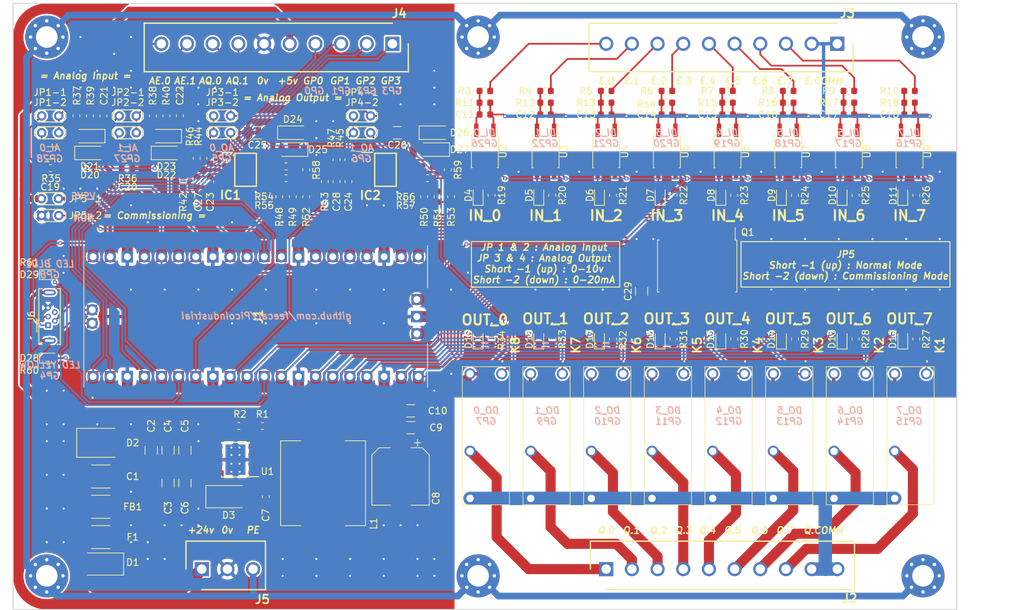
<source format=kicad_pcb>
(kicad_pcb (version 20201115) (generator pcbnew)
  (layers (0 "F.Cu" signal) (31 "B.Cu" signal) (34 "B.Paste" user) (35 "F.Paste" user) (36 "B.SilkS" user "B.Silkscreen") (37 "F.SilkS" user "F.Silkscreen") (38 "B.Mask" user) (39 "F.Mask" user) (44 "Edge.Cuts" user))
  (net 0 "")
  (net 1 "Net-(J1-PadTP6)")
  (net 2 "Net-(J1-PadTP5)")
  (net 3 "Net-(J1-PadTP4)")
  (net 4 "Net-(J1-PadTP3)")
  (net 5 "Net-(J1-PadTP2)")
  (net 6 "Net-(J1-PadD3)")
  (net 7 "Net-(J1-PadD1)")
  (net 8 "Net-(J1-Pad40)")
  (net 9 "Net-(J1-Pad39)")
  (net 10 "Net-(J1-Pad37)")
  (net 11 "Net-(J1-Pad35)")
  (net 12 "Net-(D28-Pad2)")
  (net 13 "Net-(D28-Pad1)")
  (net 14 "Net-(D29-Pad2)")
  (net 15 "Net-(J1-Pad30)")
  (net 16 "Net-(D29-Pad1)")
  (net 17 "/GP0")
  (net 18 "/GP1")
  (net 19 "/GP2")
  (net 20 "/GP3")
  (net 21 "GND")
  (net 22 "/+24v")
  (net 23 "Net-(C7-Pad2)")
  (net 24 "Net-(C7-Pad1)")
  (net 25 "/IN_COM")
  (net 26 "Net-(C19-Pad2)")
  (net 27 "Net-(D1-Pad1)")
  (net 28 "Net-(F1-Pad2)")
  (net 29 "/+5v")
  (net 30 "Net-(R1-Pad2)")
  (net 31 "Net-(U1-Pad5)")
  (net 32 "Net-(U1-Pad3)")
  (net 33 "Net-(U1-Pad2)")
  (net 34 "/PE")
  (net 35 "Net-(C11-Pad1)")
  (net 36 "Net-(C12-Pad1)")
  (net 37 "Net-(C13-Pad1)")
  (net 38 "Net-(C14-Pad1)")
  (net 39 "Net-(C15-Pad1)")
  (net 40 "Net-(C16-Pad1)")
  (net 41 "Net-(C17-Pad1)")
  (net 42 "Net-(C18-Pad1)")
  (net 43 "/E_0")
  (net 44 "Net-(D4-Pad1)")
  (net 45 "Net-(D5-Pad1)")
  (net 46 "Net-(D6-Pad1)")
  (net 47 "Net-(D7-Pad1)")
  (net 48 "Net-(D8-Pad1)")
  (net 49 "Net-(D9-Pad1)")
  (net 50 "Net-(D10-Pad1)")
  (net 51 "Net-(D11-Pad1)")
  (net 52 "/IN_0")
  (net 53 "/IN_1")
  (net 54 "/IN_2")
  (net 55 "/IN_3")
  (net 56 "/IN_4")
  (net 57 "/IN_5")
  (net 58 "/IN_6")
  (net 59 "/IN_7")
  (net 60 "/+3.3v")
  (net 61 "/E_1")
  (net 62 "/E_2")
  (net 63 "/E_3")
  (net 64 "/E_4")
  (net 65 "/E_5")
  (net 66 "/E_6")
  (net 67 "/E_7")
  (net 68 "/OUT_COM")
  (net 69 "/OUT_0")
  (net 70 "Net-(K1-Pad1)")
  (net 71 "Net-(K2-Pad1)")
  (net 72 "Net-(K3-Pad1)")
  (net 73 "Net-(K4-Pad1)")
  (net 74 "Net-(K5-Pad1)")
  (net 75 "Net-(K6-Pad1)")
  (net 76 "Net-(K7-Pad1)")
  (net 77 "Net-(K8-Pad1)")
  (net 78 "/Q_7")
  (net 79 "/Q_6")
  (net 80 "/Q_5")
  (net 81 "/Q_4")
  (net 82 "/Q_3")
  (net 83 "/Q_2")
  (net 84 "/Q_1")
  (net 85 "/Q_0")
  (net 86 "Net-(D12-Pad1)")
  (net 87 "Net-(D13-Pad1)")
  (net 88 "Net-(D14-Pad1)")
  (net 89 "Net-(D15-Pad1)")
  (net 90 "Net-(D16-Pad1)")
  (net 91 "Net-(D17-Pad1)")
  (net 92 "Net-(D18-Pad1)")
  (net 93 "Net-(D19-Pad1)")
  (net 94 "/OUT_1")
  (net 95 "/OUT_2")
  (net 96 "/OUT_3")
  (net 97 "/OUT_4")
  (net 98 "/OUT_5")
  (net 99 "/OUT_6")
  (net 100 "/OUT_7")
  (net 101 "Net-(D1-Pad2)")
  (net 102 "Net-(C20-Pad2)")
  (net 103 "/AE_0")
  (net 104 "/AE_1")
  (net 105 "/AOUT_0")
  (net 106 "/AOUT_1")
  (net 107 "/AIN_0")
  (net 108 "/AIN_1")
  (net 109 "Net-(JP1-2-Pad1)")
  (net 110 "Net-(JP2-2-Pad1)")
  (net 111 "Net-(C23-Pad2)")
  (net 112 "Net-(C24-Pad2)")
  (net 113 "/AQ_0")
  (net 114 "/AQ_1")
  (net 115 "Net-(IC1-Pad7)")
  (net 116 "Net-(IC1-Pad6)")
  (net 117 "Net-(IC1-Pad5)")
  (net 118 "Net-(IC1-Pad2)")
  (net 119 "Net-(IC1-Pad1)")
  (net 120 "Net-(IC2-Pad7)")
  (net 121 "Net-(IC2-Pad6)")
  (net 122 "Net-(IC2-Pad5)")
  (net 123 "Net-(IC2-Pad2)")
  (net 124 "Net-(IC2-Pad1)")
  (net 125 "Net-(JP3-1-Pad1)")
  (net 126 "Net-(JP4-1-Pad1)")
  (net 127 "Net-(J6-Pad4)")
  (net 128 "Net-(R52-Pad2)")
  (net 129 "Net-(R53-Pad2)")
  (footprint "LED_SMD:LED_0603_1608Metric" (layer "F.Cu") (at 160 83.5 90)
    (fp_text reference "D8")
    (fp_text value "LED_GREEN")
  )
  (footprint "Capacitor_SMD:C_0603_1608Metric" (layer "F.Cu") (at 92.5 128.25 -90)
    (fp_text reference "C7")
    (fp_text value "10nf 50v")
  )
  (footprint "Package_SO:SO-4_4.4x3.6mm_P2.54mm" (layer "F.Cu") (at 125 77 -90)
    (fp_text reference "U2")
    (fp_text value "LTV-354T")
  )
  (footprint "Resistor_SMD:R_0603_1608Metric" (layer "F.Cu") (at 144 83.5 90)
    (fp_text reference "R21")
    (fp_text value "2.2k")
  )
  (footprint "LED_SMD:LED_0603_1608Metric" (layer "F.Cu") (at 178 83.5 90)
    (fp_text reference "D10")
    (fp_text value "LED_GREEN")
  )
  (footprint "Resistor_SMD:R_0603_1608Metric" (layer "F.Cu") (at 88.5 117.75 180)
    (fp_text reference "R2")
    (fp_text value "3.24k")
  )
  (footprint "Resistor_SMD:R_0603_1608Metric" (layer "F.Cu") (at 189 104.837221 90)
    (fp_text reference "R27")
    (fp_text value "2.2k")
  )
  (footprint "Resistor_SMD:R_0603_1608Metric" (layer "F.Cu") (at 180 83.5 90)
    (fp_text reference "R25")
    (fp_text value "2.2k")
  )
  (footprint "TestPoint:TestPoint_2Pads_Pitch2.54mm_Drill0.8mm" (layer "F.Cu") (at 61.79 86.5 180)
    (fp_text reference "JP5-2")
    (fp_text value "Jumper")
  )
  (footprint "Resistor_SMD:R_0603_1608Metric" (layer "F.Cu") (at 189 83.5 90)
    (fp_text reference "R26")
    (fp_text value "2.2k")
  )
  (footprint "Resistor_SMD:R_0603_1608Metric" (layer "F.Cu") (at 92 117.75 180)
    (fp_text reference "R1")
    (fp_text value "10k")
  )
  (footprint "Library:HF46F024HS1T" (layer "F.Cu") (at 154.5 110 -90)
    (fp_text reference "K5")
    (fp_text value "HF46F_024-HS1T" hide)
  )
  (footprint "Resistor_SMD:R_0603_1608Metric" (layer "F.Cu") (at 126 104.837221 90)
    (fp_text reference "R34")
    (fp_text value "2.2k")
  )
  (footprint "TestPoint:TestPoint_2Pads_Pitch2.54mm_Drill0.8mm" (layer "F.Cu") (at 70.75 71.71)
    (fp_text reference "JP2-1")
    (fp_text value "Jumper")
  )
  (footprint "TestPoint:TestPoint_2Pads_Pitch2.54mm_Drill0.8mm" (layer "F.Cu") (at 84.75 74.21)
    (fp_text reference "JP3-2")
    (fp_text value "Jumper")
  )
  (footprint "Diode_SMD:D_SMB" (layer "F.Cu") (at 68 120.25)
    (fp_text reference "D2")
    (fp_text value "SMBJ30CA")
  )
  (footprint "Package_SO:SO-4_4.4x3.6mm_P2.54mm" (layer "F.Cu") (at 152 77 -90)
    (fp_text reference "U5")
    (fp_text value "LTV-354T")
  )
  (footprint "Library:SOIC127P600X175-8N" (layer "F.Cu") (at 89.5 79.71)
    (fp_text reference "IC1")
    (fp_text value "LM258D" hide)
  )
  (footprint "LED_SMD:LED_0603_1608Metric" (layer "F.Cu") (at 187 104.837221 90)
    (fp_text reference "D12")
    (fp_text value "LED_BLUE")
  )
  (footprint "Resistor_SMD:R_0603_1608Metric" (layer "F.Cu") (at 103 78.21 -90)
    (fp_text reference "R47")
    (fp_text value "4.7k")
  )
  (footprint "Library:SHDR10W85P0X381_1X10_3898X700X935P" (layer "F.Cu") (at 143 139)
    (fp_text reference "J2")
    (fp_text value "WJ15EDGVC-3.81-10P" hide)
  )
  (footprint "Capacitor_SMD:CP_Elec_8x10" (layer "F.Cu") (at 112.5 125.25 -90)
    (fp_text reference "C8")
    (fp_text value "220uf 35v")
  )
  (footprint "Connector_USB:USB_Micro-B_Wuerth_614105150721_Vertical" (layer "F.Cu") (at 60.2 102.8 90)
    (fp_text reference "J6")
    (fp_text value "USB_B_Micro")
  )
  (footprint "Resistor_SMD:R_0603_1608Metric" (layer "F.Cu") (at 64.4 71.71 -90)
    (fp_text reference "R37")
    (fp_text value "10k")
  )
  (footprint "Capacitor_SMD:C_0603_1608Metric" (layer "F.Cu") (at 152 71.5)
    (fp_text reference "C14")
    (fp_text value "22nf")
  )
  (footprint "Resistor_SMD:R_0603_1608Metric" (layer "F.Cu") (at 82.25 78 -90)
    (fp_text reference "R46")
    (fp_text value "4.7k")
  )
  (footprint "Capacitor_SMD:C_1206_3216Metric" (layer "F.Cu") (at 91.25 74.21 180)
    (fp_text reference "C25")
    (fp_text value "10uf 50v")
  )
  (footprint "Capacitor_SMD:C_1206_3216Metric" (layer "F.Cu") (at 78 126.25 -90)
    (fp_text reference "C3")
    (fp_text value "10uf 50v")
  )
  (footprint "Resistor_SMD:R_0603_1608Metric" (layer "F.Cu") (at 98.5 83.71 90)
    (fp_text reference "R52")
    (fp_text value "100")
  )
  (footprint "Resistor_SMD:R_0603_1608Metric" (layer "F.Cu") (at 171 104.837221 90)
    (fp_text reference "R29")
    (fp_text value "2.2k")
  )
  (footprint "Diode_SMD:D_SOD-123" (layer "F.Cu") (at 117.5 76.71 180)
    (fp_text reference "D27")
    (fp_text value "1N4148W")
  )
  (footprint "LED_SMD:LED_0603_1608Metric" (layer "F.Cu") (at 142 83.5 90)
    (fp_text reference "D6")
    (fp_text value "LED_GREEN")
  )
  (footprint "Resistor_SMD:R_0603_1608Metric" (layer "F.Cu") (at 84.25 78 -90)
    (fp_text reference "R44")
    (fp_text value "10k")
  )
  (footprint "TestPoint:TestPoint_2Pads_Pitch2.54mm_Drill0.8mm" (layer "F.Cu") (at 105.5 74.21)
    (fp_text reference "JP4-2")
    (fp_text value "Jumper")
  )
  (footprint "Library:HF46F024HS1T" (layer "F.Cu") (at 163.5 110 -90)
    (fp_text reference "K4")
    (fp_text value "HF46F_024-HS1T" hide)
  )
  (footprint "Resistor_SMD:R_0603_1608Metric" (layer "F.Cu") (at 101.25 81.46 90)
    (fp_text reference "R43")
    (fp_text value "2.2k")
  )
  (footprint "Library:HF46F024HS1T" (layer "F.Cu") (at 190.5 110 -90)
    (fp_text reference "K1")
    (fp_text value "HF46F_024-HS1T" hide)
  )
  (footprint "Resistor_SMD:R_0603_1608Metric" (layer "F.Cu") (at 80.25 81.5 90)
    (fp_text reference "R42")
    (fp_text value "2.2k")
  )
  (footprint "TestPoint:TestPoint_2Pads_Pitch2.54mm_Drill0.8mm" (layer "F.Cu") (at 61.75 84 180)
    (fp_text reference "JP5-1")
    (fp_text value "Jumper")
  )
  (footprint "Resistor_SMD:R_1206_3216Metric" (layer "F.Cu") (at 71.9 77.21)
    (fp_text reference "R36")
    (fp_text value "510")
  )
  (footprint "Capacitor_SMD:C_0603_1608Metric" (layer "F.Cu") (at 68.4 71.71 -90)
    (fp_text reference "C21")
    (fp_text value "220pf")
  )
  (footprint "Resistor_SMD:R_0603_1608Metric" (layer "F.Cu") (at 180 104.837221 90)
    (fp_text reference "R28")
    (fp_text value "2.2k")
  )
  (footprint "Package_SO:SO-4_4.4x3.6mm_P2.54mm" (layer "F.Cu") (at 134 77 -90)
    (fp_text reference "U3")
    (fp_text value "LTV-354T")
  )
  (footprint "Library:SHDR10W85P0X381_1X10_3898X700X935P" (layer "F.Cu") (at 111.29 61 180)
    (fp_text reference "J4")
    (fp_text value "WJ15EDGVC-3.81-10P" hide)
  )
  (footprint "Resistor_SMD:R_0603_1608Metric" (layer "F.Cu") (at 179 68 180)
    (fp_text reference "R9")
    (fp_text value "10k")
  )
  (footprint "Capacitor_SMD:C_1206_3216Metric" (layer "F.Cu") (at 148.25 97.75 90)
    (fp_text reference "C29")
    (fp_text value "10uf 50v")
  )
  (footprint "Diode_SMD:D_SMA" (layer "F.Cu") (at 87 128.25)
    (fp_text reference "D3")
    (fp_text value "SS54")
  )
  (footprint "Resistor_SMD:R_0603_1608Metric" (layer "F.Cu") (at 153 104.837221 90)
    (fp_text reference "R31")
    (fp_text value "2.2k")
  )
  (footprint "Resistor_SMD:R_0603_1608Metric" (layer "F.Cu") (at 104.75 78.21 -90)
    (fp_text reference "R45")
    (fp_text value "10k")
  )
  (footprint "Resistor_SMD:R_0603_1608Metric" (layer "F.Cu") (at 161 68 180)
    (fp_text reference "R7")
    (fp_text value "10k")
  )
  (footprint "Inductor_SMD:L_12x12mm_H6mm" (layer "F.Cu") (at 101 126.25 90)
    (fp_text reference "L1")
    (fp_text value "22uh 3A")
  )
  (footprint "Resistor_SMD:R_0603_1608Metric" (layer "F.Cu") (at 95.5 79.21 180)
    (fp_text reference "R54")
    (fp_text value "100k")
  )
  (footprint "Capacitor_SMD:C_1206_3216Metric" (layer "F.Cu") (at 75.5 121.35 90)
    (fp_text reference "C2")
    (fp_text value "10uf 50v")
  )
  (footprint "Diode_SMD:D_SOD-123" (layer "F.Cu") (at 77.75 74.71 180)
    (fp_text reference "D23")
    (fp_text value "1N4148W")
  )
  (footprint "Resistor_SMD:R_0603_1608Metric" (layer "F.Cu") (at 96.5 83.71 -90)
    (fp_text reference "R49")
    (fp_text value "20k")
  )
  (footprint "MountingHole:MountingHole_3.2mm_M3_Pad_Via" (layer "F.Cu") (at 190 140)
    (fp_text reference "H6")
    (fp_text value "MountingHole_Pad")
  )
  (footprint "Capacitor_SMD:C_1206_3216Metric" (layer "F.Cu") (at 114 115.5)
    (fp_text reference "C10")
    (fp_text value "10uf 50v")
  )
  (footprint "Resistor_SMD:R_0603_1608Metric" (layer "F.Cu") (at 98.5 79.71 90)
    (fp_text reference "R58")
    (fp_text value "47")
  )
  (footprint "Resistor_SMD:R_0603_1608Metric" (layer "F.Cu") (at 116 83.71 90)
    (fp_text reference "R50")
    (fp_text value "100k")
  )
  (footprint "Resistor_SMD:R_0603_1608Metric" (layer "F.Cu") (at 125 68 180)
    (fp_text reference "R3")
    (fp_text value "10k")
  )
  (footprint "LED_SMD:LED_0603_1608Metric" (layer "F.Cu") (at 124 104.837221 90)
    (fp_text reference "D19")
    (fp_text value "LED_BLUE")
  )
  (footprint "Resistor_SMD:R_0603_1608Metric" (layer "F.Cu") (at 143 69.75 180)
    (fp_text reference "R13")
    (fp_text value "1m")
  )
  (footprint "Capacitor_SMD:C_0603_1608Metric" (layer "F.Cu") (at 84.25 81.5 90)
    (fp_text reference "C23")
    (fp_text value "22nf")
  )
  (footprint "Capacitor_SMD:C_0603_1608Metric" (layer "F.Cu") (at 79.75 71.71 -90)
    (fp_text reference "C22")
    (fp_text value "220pf")
  )
  (footprint "Resistor_SMD:R_0603_1608Metric" (layer "F.Cu") (at 161 69.75 180)
    (fp_text reference "R15")
    (fp_text value "1m")
  )
  (footprint "Capacitor_SMD:C_1206_3216Metric" (layer "F.Cu") (at 80.5 126.25 -90)
    (fp_text reference "C6")
    (fp_text value "10uf 50v")
  )
  (footprint "Capacitor_SMD:C_1206_3216Metric" (layer "F.Cu") (at 114 118)
    (fp_text reference "C9")
    (fp_text value "10uf 50v")
  )
  (footprint "LED_SMD:LED_0603_1608Metric" (layer "F.Cu") (at 169 104.837221 90)
    (fp_text reference "D14")
    (fp_text value "LED_BLUE")
  )
  (footprint "LED_SMD:LED_0603_1608Metric" (layer "F.Cu") (at 133 104.837221 90)
    (fp_text reference "D18")
    (fp_text value "LED_BLUE")
  )
  (footprint "Package_SO:SO-4_4.4x3.6mm_P2.54mm" (layer "F.Cu") (at 170 77 -90)
    (fp_text reference "U7")
    (fp_text value "LTV-354T")
  )
  (footprint "Resistor_SMD:R_0603_1608Metric" (layer "F.Cu") (at 152 69.75 180)
    (fp_text reference "R14")
    (fp_text value "1m")
  )
  (footprint "Capacitor_SMD:C_0603_1608Metric" (layer "F.Cu") (at 143 71.5)
    (fp_text reference "C13")
    (fp_text value "22nf")
  )
  (footprint "Library:PICO_HOLE" (layer "F.Cu") (at 116.5 112 90)
    (fp_text reference "J1")
    (fp_text value "PICO" hide)
  )
  (footprint "Library:HF46F024HS1T" (layer "F.Cu") (at 127.5 110 -90)
    (fp_text reference "K8")
    (fp_text value "HF46F_024-HS1T" hide)
  )
  (footprint "Capacitor_SMD:C_0603_1608Metric" (layer "F.Cu") (at 161 71.5)
    (fp_text reference "C15")
    (fp_text value "22nf")
  )
  (footprint "Capacitor_SMD:C_0603_1608Metric" (layer "F.Cu") (at 103 81.46 90)
    (fp_text reference "C28")
    (fp_text value "22nf")
  )
  (footprint "Library:SOIC127P600X175-8N" (layer "F.Cu") (at 110.25 79.71)
    (fp_text reference "IC2")
    (fp_text value "LM258D" hide)
  )
  (footprint "Resistor_SMD:R_0603_1608Metric" (layer "F.Cu") (at 60.42 93.475)
    (fp_text reference "R61")
    (fp_text value "2.2k")
  )
  (footprint "Resistor_SMD:R_0603_1608Metric" (layer "F.Cu") (at 162 104.837221 90)
    (fp_text reference "R30")
    (fp_text value "2.2k")
  )
  (footprint "Resistor_SMD:R_0603_1608Metric" (layer "F.Cu") (at 118 83.71 -90)
    (fp_text reference "R51")
    (fp_text value "20k")
  )
  (footprint "Library:HF46F024HS1T" (layer "F.Cu") (at 136.5 110 -90)
    (fp_text reference "K7")
    (fp_text value "HF46F_024-HS1T" hide)
  )
  (footprint "Diode_SMD:D_SMA" (layer "F.Cu") (at 68 138.25 180)
    (fp_text reference "D1")
    (fp_text value "SS54")
  )
  (footprint "Resistor_SMD:R_0603_1608Metric" (layer "F.Cu") (at 170 68 180)
    (fp_text reference "R8")
    (fp_text value "10k")
  )
  (footprint "MountingHole:MountingHole_3.2mm_M3_Pad_Via" (layer "F.Cu") (at 124 140)
    (fp_text reference "H5")
    (fp_text value "MountingHole_Pad")
  )
  (footprint "Capacitor_SMD:C_0603_1608Metric" (layer "F.Cu") (at 82.25 81.5 90)
    (fp_text reference "C27")
    (fp_text value "22nf")
  )
  (footprint "LED_SMD:LED_0603_1608Metric" (layer "F.Cu") (at 142 104.837221 90)
    (fp_text reference "D17")
    (fp_text value "LED_BLUE")
  )
  (footprint "Library:SHDR10W85P0X381_1X10_3898X700X935P" (layer "F.Cu") (at 177.29 61 180)
    (fp_text reference "J3")
    (fp_text value "WJ15EDGVC-3.81-10P" hide)
  )
  (footprint "LED_SMD:LED_0603_1608Metric" (layer "F.Cu") (at 60.42 107.675)
    (fp_text reference "D28")
    (fp_text value "LED_YELLOW")
  )
  (footprint "Resistor_SMD:R_0603_1608Metric" (layer "F.Cu") (at 77.75 71.71 90)
    (fp_text reference "R40")
    (fp_text value "4.7k")
  )
  (footprint "Resistor_SMD:R_0603_1608Metric" (layer "F.Cu") (at 135 83.5 90)
    (fp_text reference "R20")
    (fp_text value "2.2k")
  )
  (footprint "Resistor_SMD:R_0603_1608Metric" (layer "F.Cu") (at 119.5 79.71 90)
    (fp_text reference "R59")
    (fp_text value "47")
  )
  (footprint "Diode_SMD:D_SOD-123" (layer "F.Cu") (at 96.5 74.21)
    (fp_text reference "D24")
    (fp_text value "1N4148W")
  )
  (footprint "Resistor_SMD:R_0603_1608Metric" (layer "F.Cu") (at 143 68 180)
    (fp_text reference "R5")
    (fp_text value "10k")
  )
  (footprint "TestPoint:TestPoint_2Pads_Pitch2.54mm_Drill0.8mm" (layer "F.Cu") (at 105.5 71.71)
    (fp_text reference "JP4-1")
    (fp_text value "Jumper")
  )
  (footprint "Resistor_SMD:R_0603_1608Metric" (layer "F.Cu") (at 120 83.71 90)
    (fp_text reference "R53")
    (fp_text value "100")
  )
  (footprint "Package_SO:TI_SO-PowerPAD-8_ThermalVias" (layer "F.Cu") (at 88 122.75 180)
    (fp_text reference "U1")
    (fp_text value "TPS5430DDA")
  )
  (footprint "Capacitor_SMD:C_0603_1608Metric" (layer "F.Cu") (at 179 71.5)
    (fp_text reference "C17")
    (fp_text value "22nf")
  )
  (footprint "Fuse:Fuse_1812_4532Metric" (layer "F.Cu") (at 68 134.25 180)
    (fp_text reference "F1")
    (fp_text value "mSMD110-33V")
  )
  (footprint "Resistor_SMD:R_0603_1608Metric" (layer "F.Cu") (at 116.5 80.96)
    (fp_text reference "R57")
    (fp_text value "20k")
  )
  (footprint "Package_SO:SO-4_4.4x3.6mm_P2.54mm" (layer "F.Cu") (at 143 77 -90)
    (fp_text reference "U4")
    (fp_text value "LTV-354T")
  )
  (footprint "Diode_SMD:D_SOD-123" (layer "F.Cu") (at 66.4 77.21)
    (fp_text reference "D20")
    (fp_text value "1N4148W")
  )
  (footprint "MountingHole:MountingHole_3.2mm_M3_Pad_Via" (layer "F.Cu") (at 190 60)
    (fp_text reference "H3")
    (fp_text value "MountingHole_Pad")
  )
  (footprint "Capacitor_SMD:C_0603_1608Metric" (layer "F.Cu") (at 71.9 79.5 180)
    (fp_text reference "C20")
    (fp_text value "220pf")
  )
  (footprint "Diode_SMD:D_SOD-123" (layer "F.Cu") (at 77.75 77.21)
    (fp_text reference "D22")
    (fp_text value "1N4148W")
  )
  (footprint "Capacitor_SMD:C_1206_3216Metric" (layer "F.Cu") (at 112 74.21 180)
    (fp_text reference "C26")
    (fp_text value "10uf 50v")
  )
  (footprint "MountingHole:MountingHole_3.2mm_M3_Pad_Via" (layer "F.Cu") (at 60 140)
    (fp_text reference "H4")
    (fp_text value "MountingHole_Pad")
  )
  (footprint "Resistor_SMD:R_0603_1608Metric" (layer "F.Cu") (at 60.42 109.475)
    (fp_text reference "R60")
    (fp_text value "2.2k")
  )
  (footprint "Capacitor_SMD:C_0603_1608Metric" (layer "F.Cu") (at 125 71.5)
    (fp_text reference "C11")
    (fp_text value "22nf")
  )
  (footprint "Resistor_SMD:R_0603_1608Metric" (layer "F.Cu") (at 171 83.5 90)
    (fp_text reference "R24")
    (fp_text value "2.2k")
  )
  (footprint "LED_SMD:LED_0603_1608Metric" (layer "F.Cu") (at 133 83.5 90)
    (fp_text reference "D5")
    (fp_text value "LED_GREEN")
  )
  (footprint "Resistor_SMD:R_0603_1608Metric" (layer "F.Cu") (at 125 69.75 180)
    (fp_text reference "R11")
    (fp_text value "1m")
  )
  (footprint "Library:HF46F024HS1T" (layer "F.Cu") (at 172.5 110 -90)
    (fp_text reference "K3")
    (fp_text value "HF46F_024-HS1T" hide)
  )
  (footprint "Library:HF46F024HS1T" (layer "F.Cu") (at 181.5 110 -90)
    (fp_text reference "K2")
    (fp_text value "HF46F_024-HS1T" hide)
  )
  (footprint "Inductor_SMD:L_1812_4532Metric" (layer "F.Cu") (at 68 129.75)
    (fp_text reference "FB1")
    (fp_text value "CBW453215U121T")
  )
  (footprint "Resistor_SMD:R_0603_1608Metric" (layer "F.Cu") (at 116.5 79.21 180)
    (fp_text reference "R56")
    (fp_text value "100k")
  )
  (footprint "Resistor_SMD:R_0603_1608Metric" (layer "F.Cu") (at 188 69.75 180)
    (fp_text reference "R18")
    (fp_text value "1m")
  )
  (footprint "Library:SHDR12W85P0X381_1X3_4660X700X935P" (layer "F.Cu") (at 83 139)
    (fp_text reference "J5")
    (fp_text value "WJ15EDGVC-3.81-3P" hide)
  )
  (footprint "Resistor_SMD:R_0603_1608Metric" (layer "F.Cu") (at 94.5 83.71 90)
    (fp_text reference "R48")
    (fp_text value "100k")
  )
  (footprint "MountingHole:MountingHole_3.2mm_M3_Pad_Via" (layer "F.Cu") (at 60 60)
    (fp_text reference "H1")
    (fp_text value "MountingHole_Pad")
  )
  (footprint "Resistor_SMD:R_0603_1608Metric" (layer "F.Cu") (at 179 69.75 180)
    (fp_text reference "R17")
    (fp_text value "1m")
  )
  (footprint "Resistor_SMD:R_1206_3216Metric" (layer "F.Cu") (at 60.65 77.21)
    (fp_text reference "R35")
    (fp_text value "510")
  )
  (footprint "Package_SO:SOIC-18W_7.5x11.6mm_P1.27mm" (layer "F.Cu") (at 156.5 94 -90)
    (fp_text reference "Q1")
    (fp_text value "ULN2803ADWR")
  )
  (footprint "MountingHole:MountingHole_3.2mm_M3_Pad_Via" (layer "F.Cu") (at 124 60)
    (fp_text reference "H2")
    (fp_text value "MountingHole_Pad")
  )
  (footprint "LED_SMD:LED_0603_1608Metric" (layer "F.Cu") (at 151 83.5 90)
    (fp_text reference "D7")
    (fp_text value "LED_GREEN")
  )
  (footprint "LED_SMD:LED_0603_1608Metric" (layer "F.Cu") (at 187 83.5 90)
    (fp_text reference "D11")
    (fp_text value "LED_GREEN")
  )
  (footprint "Capacitor_SMD:C_0603_1608Metric" (layer "F.Cu") (at 134 71.5)
    (fp_text reference "C12")
    (fp_text value "22nf")
  )
  (footprint "Resistor_SMD:R_0603_1608Metric" (layer "F.Cu") (at 134 69.75 180)
    (fp_text reference "R12")
    (fp_text value "1m")
  )
  (footprint "TestPoint:TestPoint_2Pads_Pitch2.54mm_Drill0.8mm" (layer "F.Cu") (at 84.75 71.71)
    (fp_text reference "JP3-1")
    (fp_text value "Jumper")
  )
  (footprint "Resistor_SMD:R_0603_1608Metric" (layer "F.Cu") (at 152 68 180)
    (fp_text reference "R6")
    (fp_text value "10k")
  )
  (footprint "Diode_SMD:D_SOD-123" (layer "F.Cu") (at 66.4 74.71 180)
    (fp_text reference "D21")
    (fp_text value "1N4148W")
  )
  (footprint "Resistor_SMD:R_0603_1608Metric" (layer "F.Cu") (at 75.75 71.71 -90)
    (fp_text reference "R38")
    (fp_text value "10k")
  )
  (footprint "Resistor_SMD:R_0603_1608Metric" (layer "F.Cu") (at 134 68 180)
    (fp_text reference "R4")
    (fp_text value "10k")
  )
  (footprint "Capacitor_SMD:C_0603_1608Metric" (layer "F.Cu") (at 170 71.5)
    (fp_text reference "C16")
    (fp_text value "22nf")
  )
  (footprint "Resistor_SMD:R_0603_1608Metric" (layer "F.Cu") (at 126 83.5 90)
    (fp_text reference "R19")
    (fp_text value "2.2k")
  )
  (footprint "LED_SMD:LED_0603_1608Metric" (layer "F.Cu") (at 169 83.5 90)
    (fp_text reference "D9")
    (fp_text value "LED_GREEN")
  )
  (footprint "Resistor_SMD:R_0603_1608Metric" (layer "F.Cu") (at 162 83.5 90)
    (fp_text reference "R23")
    (fp_text value "2.2k")
  )
  (footprint "Diode_SMD:D_SOD-123" (layer "F.Cu") (at 96.5 76.71 180)
    (fp_text reference "D25")
    (fp_text value "1N4148W")
  )
  (footprint "Package_SO:SO-4_4.4x3.6mm_P2.54mm" (layer "F.Cu") (at 188 77 -90)
    (fp_text reference "U9")
    (fp_text value "LTV-354T")
  )
  (footprint "Capacitor_SMD:C_0603_1608Metric" (layer "F.Cu") (at 60.55 79.46 180)
    (fp_text reference "C19")
    (fp_text value "220pf")
  )
  (footprint "Resistor_SMD:R_0603_1608Metric" (layer "F.Cu") (at 66.4 71.71 90)
    (fp_text reference "R39")
    (fp_text value "4.7k")
  )
  (footprint "Capacitor_SMD:C_0603_1608Metric" (layer "F.Cu") (at 104.75 81.46 90)
    (fp_text reference "C24")
    (fp_text value "22nf")
  )
  (footprint "Diode_SMD:D_SOD-123" (layer "F.Cu") (at 117.5 74.21)
    (fp_text reference "D26")
    (fp_text value "1N4148W")
  )
  (footprint "Library:HF46F024HS1T" (layer "F.Cu") (at 145.5 110 -90)
    (fp_text reference "K6")
    (fp_text value "HF46F_024-HS1T" hide)
  )
  (footprint "Resistor_SMD:R_0603_1608Metric" (layer "F.Cu") (at 188 68 180)
    (fp_text reference "R10")
    (fp_text value "10k")
  )
  (footprint "LED_SMD:LED_0603_1608Metric" (layer "F.Cu") (at 151 104.837221 90)
    (fp_text reference "D16")
    (fp_text value "LED_BLUE")
  )
  (footprint "Capacitor_SMD:C_1206_3216Metric" (layer "F.Cu") (at 78 121.35 90)
    (fp_text reference "C4")
    (fp_text value "10uf 50v")
  )
  (footprint "Capacitor_SMD:C_1206_3216Metric" (layer "F.Cu") (at 80.5 121.35 90)
    (fp_text reference "C5")
    (fp_text value "10uf 50v")
  )
  (footprint "LED_SMD:LED_0603_1608Metric" (layer "F.Cu") (at 124 83.5 90)
    (fp_text reference "D4")
    (fp_text value "LED_GREEN")
  )
  (footprint "Capacitor_SMD:C_1812_4532Metric" (layer "F.Cu") (at 68 125.25 180)
    (fp_text reference "C1")
    (fp_text value "10nf")
  )
  (footprint "LED_SMD:LED_0603_1608Metric" (layer "F.Cu") (at 178 104.837221 90)
    (fp_text reference "D13")
    (fp_text value "LED_BLUE")
  )
  (footprint "LED_SMD:LED_0603_1608Metric" (layer "F.Cu") (at 160 104.837221 90)
    (fp_text reference "D15")
    (fp_text value "LED_BLUE")
  )
  (footprint "TestPoint:TestPoint_2Pads_Pitch2.54mm_Drill0.8mm" (layer "F.Cu") (at 59.25 74.21)
    (fp_text reference "JP1-2")
    (fp_text value "Jumper")
  )
  (footprint "Capacitor_SMD:C_0603_1608Metric" (layer "F.Cu") (at 188 71.5)
    (fp_text reference "C18")
    (fp_text value "22nf")
  )
  (footprint "LED_SMD:LED_0603_1608Metric" (layer "F.Cu") (at 60.42 95.275)
    (fp_text reference "D29")
    (fp_text value "LED_BLUE")
  )
  (footprint "Package_SO:SO-4_4.4x3.6mm_P2.54mm" (layer "F.Cu") (at 161 77 -90)
    (fp_text reference "U6")
    (fp_text value "LTV-354T")
  )
  (footprint "Resistor_SMD:R_0603_1608Metric" (layer "F.Cu") (at 135 104.837221 90)
    (fp_text reference "R33")
    (fp_text value "2.2k")
  )
  (footprint "Resistor_SMD:R_0603_1608Metric" (layer "F.Cu") (at 144 104.837221 90)
    (fp_text reference "R32")
    (fp_text value "2.2k")
  )
  (footprint "Resistor_SMD:R_0603_1608Metric" (layer "F.Cu") (at 95.5 80.96)
    (fp_text reference "R55")
    (fp_text value "20k")
  )
  (footprint "TestPoint:TestPoint_2Pads_Pitch2.54mm_Drill0.8mm" (layer "F.Cu") (at 59.25 71.71)
    (fp_text reference "JP1-1")
    (fp_text value "Jumper")
  )
  (footprint "Resistor_SMD:R_0603_1608Metric" (layer "F.Cu") (at 170 69.75 180)
    (fp_text reference "R16")
    (fp_text value "1m")
  )
  (footprint "Resistor_SMD:R_0603_1608Metric" (layer "F.Cu") (at 153 83.5 90)
    (fp_text reference "R22")
    (fp_text value "2.2k")
  )
  (footprint "Package_SO:SO-4_4.4x3.6mm_P2.54mm" (layer "F.Cu") (at 179 77 -90)
    (fp_text reference "U8")
    (fp_text value "LTV-354T")
  )
  (footprint "TestPoint:TestPoint_2Pads_Pitch2.54mm_Drill0.8mm" (layer "F.Cu") (at 70.75 74.21)
    (fp_text reference "JP2-2")
    (fp_text value "Jumper")
  )
  (gr_rect (start 123 90.375) (end 145 97.125) (layer "F.SilkS") (width 0.15) (fill none))
  (gr_rect (start 163 90.375) (end 194 97.125) (layer "F.SilkS") (width 0.15) (fill none))
  (gr_line (start 195 145) (end 195 55) (angle 90) (layer "Edge.Cuts") (width 0.15) (fill none))
  (gr_line (start 195 55) (end 55 55) (angle 90) (layer "Edge.Cuts") (width 0.15) (fill none))
  (gr_line (start 55 145) (end 195 145) (angle 90) (layer "Edge.Cuts") (width 0.15) (fill none))
  (gr_line (start 55 55) (end 55 145) (angle 90) (layer "Edge.Cuts") (width 0.15) (fill none))
  (gr_text "GP3" (at 111.25 68) (layer "B.SilkS") (effects (font (size 1 1) (thickness 0.2) italic) (justify mirror)))
  (gr_text "DI_0\nGP26" (at 125 75) (layer "B.SilkS") (effects (font (size 1 1) (thickness 0.2) italic) (justify mirror)))
  (gr_text "github.com/feecat/PicoIndustrial" (at 92.6 101.4) (layer "B.SilkS") (effects (font (size 1 1) (thickness 0.2) italic) (justify mirror)))
  (gr_text "GP1" (at 103.75 68) (layer "B.SilkS") (effects (font (size 1 1) (thickness 0.2) italic) (justify mirror)))
  (gr_text "GP0" (at 99.75 68) (layer "B.SilkS") (effects (font (size 1 1) (thickness 0.2) italic) (justify mirror)))
  (gr_text "DI_6\nGP17" (at 179 75) (layer "B.SilkS") (effects (font (size 1 1) (thickness 0.2) italic) (justify mirror)))
  (gr_text "GP2" (at 107.5 68) (layer "B.SilkS") (effects (font (size 1 1) (thickness 0.2) italic) (justify mirror)))
  (gr_text "DI_3\nGP20" (at 152 75) (layer "B.SilkS") (effects (font (size 1 1) (thickness 0.2) italic) (justify mirror)))
  (gr_text "DI_1\nGP22" (at 134 75) (layer "B.SilkS") (effects (font (size 1 1) (thickness 0.2) italic) (justify mirror)))
  (gr_text "AO_0\nGP5" (at 86 77.25) (layer "B.SilkS") (effects (font (size 1 1) (thickness 0.2) italic) (justify mirror)))
  (gr_text "LED YELLOW\nGP4" (at 60.5 109.5) (layer "B.SilkS") (effects (font (size 1 1) (thickness 0.2) italic) (justify mirror)))
  (gr_text "DO_3\nGP11" (at 152.25 116.25) (layer "B.SilkS") (effects (font (size 1 1) (thickness 0.2) italic) (justify mirror)))
  (gr_text "DO_2\nGP10" (at 143.25 116.25) (layer "B.SilkS") (effects (font (size 1 1) (thickness 0.2) italic) (justify mirror)))
  (gr_text "DO_1\nGP9" (at 134.25 116.25) (layer "B.SilkS") (effects (font (size 1 1) (thickness 0.2) italic) (justify mirror)))
  (gr_text "DI_7\nGP16" (at 188 75) (layer "B.SilkS") (effects (font (size 1 1) (thickness 0.2) italic) (justify mirror)))
  (gr_text "AI_0\nGP28" (at 60.5 77.25) (layer "B.SilkS") (effects (font (size 1 1) (thickness 0.2) italic) (justify mirror)))
  (gr_text "DO_6\nGP14" (at 179.25 116.25) (layer "B.SilkS") (effects (font (size 1 1) (thickness 0.2) italic) (justify mirror)))
  (gr_text "DO_7\nGP15" (at 188 116.25) (layer "B.SilkS") (effects (font (size 1 1) (thickness 0.2) italic) (justify mirror)))
  (gr_text "DO_5\nGP13" (at 170.25 116.25) (layer "B.SilkS") (effects (font (size 1 1) (thickness 0.2) italic) (justify mirror)))
  (gr_text "AI_1\nGP27" (at 72 77.25) (layer "B.SilkS") (effects (font (size 1 1) (thickness 0.2) italic) (justify mirror)))
  (gr_text "AO_1\nGP6" (at 106.75 77.25) (layer "B.SilkS") (effects (font (size 1 1) (thickness 0.2) italic) (justify mirror)))
  (gr_text "DI_5\nGP18" (at 170 75) (layer "B.SilkS") (effects (font (size 1 1) (thickness 0.2) italic) (justify mirror)))
  (gr_text "DI_4\nGP19" (at 161 75) (layer "B.SilkS") (effects (font (size 1 1) (thickness 0.2) italic) (justify mirror)))
  (gr_text "DO_4\nGP12" (at 161.25 116.25) (layer "B.SilkS") (effects (font (size 1 1) (thickness 0.2) italic) (justify mirror)))
  (gr_text "VSYS\n\nRUN" (at 65.5 85.25) (layer "B.SilkS") (effects (font (size 1 1) (thickness 0.2) italic) (justify mirror)))
  (gr_text "DO_0\nGP7" (at 125.25 116.25) (layer "B.SilkS") (effects (font (size 1 1) (thickness 0.2) italic) (justify mirror)))
  (gr_text "LED BLUE\nGP8" (at 60.5 94.5) (layer "B.SilkS") (effects (font (size 1 1) (thickness 0.2) italic) (justify mirror)))
  (gr_text "DI_2\nGP21" (at 143 75) (layer "B.SilkS") (effects (font (size 1 1) (thickness 0.2) italic) (justify mirror)))
  (gr_text "Q.2" (at 150.75 133.25) (layer "F.SilkS") (effects (font (size 1 1) (thickness 0.2) italic)))
  (gr_text "IN_6" (at 179 86.5) (layer "F.SilkS") (effects (font (size 1.5 1.5) (thickness 0.3))))
  (gr_text "OUT_3" (at 152 101.837221) (layer "F.SilkS") (effects (font (size 1.5 1.5) (thickness 0.3))))
  (gr_text "Q.3" (at 154.5 133.25) (layer "F.SilkS") (effects (font (size 1 1) (thickness 0.2) italic)))
  (gr_text "E.7" (at 169.5 66.5) (layer "F.SilkS") (effects (font (size 1 1) (thickness 0.2) italic)))
  (gr_text "Q.1" (at 146.75 133.25) (layer "F.SilkS") (effects (font (size 1 1) (thickness 0.2) italic)))
  (gr_text "IN_7" (at 188 86.5) (layer "F.SilkS") (effects (font (size 1.5 1.5) (thickness 0.3))))
  (gr_text "E.4" (at 158 66.5) (layer "F.SilkS") (effects (font (size 1 1) (thickness 0.2) italic)))
  (gr_text "AE.1" (at 80.5 66.5) (layer "F.SilkS") (effects (font (size 1 1) (thickness 0.2) italic)))
  (gr_text "0v" (at 92 66.5) (layer "F.SilkS") (effects (font (size 1 1) (thickness 0.2) italic)))
  (gr_text "E.2" (at 150.75 66.5) (layer "F.SilkS") (effects (font (size 1 1) (thickness 0.2) italic)))
  (gr_text "OUT_1" (at 134 101.837221) (layer "F.SilkS") (effects (font (size 1.5 1.5) (thickness 0.3))))
  (gr_text "GP1" (at 103.5 66.5) (layer "F.SilkS") (effects (font (size 1 1) (thickness 0.2) italic)))
  (gr_text "E.6" (at 165.75 66.5) (layer "F.SilkS") (effects (font (size 1 1) (thickness 0.2) italic)))
  (gr_text "Q.COMM" (at 175.25 133.25) (layer "F.SilkS") (effects (font (size 1 1) (thickness 0.2) italic)))
  (gr_text "Q.7" (at 169.5 133.25) (layer "F.SilkS") (effects (font (size 1 1) (thickness 0.2) italic)))
  (gr_text "Q.5" (at 161.75 133.25) (layer "F.SilkS") (effects (font (size 1 1) (thickness 0.2) italic)))
  (gr_text "OUT_0" (at 125 102) (layer "F.SilkS") (effects (font (size 1.5 1.5) (thickness 0.3))))
  (gr_text "IN_5" (at 170 86.5) (layer "F.SilkS") (effects (font (size 1.5 1.5) (thickness 0.3))))
  (gr_text "+24v" (at 82.85 133.2) (layer "F.SilkS") (effects (font (size 1 1) (thickness 0.2) italic)))
  (gr_text "+5v" (at 95.75 66.5) (layer "F.SilkS") (effects (font (size 1 1) (thickness 0.2) italic)))
  (gr_text "E.0" (at 143 66.5) (layer "F.SilkS") (effects (font (size 1 1) (thickness 0.2) italic)))
  (gr_text "E.1" (at 146.75 66.5) (layer "F.SilkS") (effects (font (size 1 1) (thickness 0.2) italic)))
  (gr_text "OUT_5" (at 170 101.837221) (layer "F.SilkS") (effects (font (size 1.5 1.5) (thickness 0.3))))
  (gr_text "AQ.1" (at 88.25 66.5) (layer "F.SilkS") (effects (font (size 1 1) (thickness 0.2) italic)))
  (gr_text "IN_4" (at 161 86.5) (layer "F.SilkS") (effects (font (size 1.5 1.5) (thickness 0.3))))
  (gr_text "OUT_2" (at 143 101.837221) (layer "F.SilkS") (effects (font (size 1.5 1.5) (thickness 0.3))))
  (gr_text "JP 1 & 2 : Analog Input\nJP 3 & 4 : Analog Output\nShort -1 (up) : 0-10v\nShort -2 (down) : 0-20mA\n" (at 133.75 93.625) (layer "F.SilkS") (effects (font (size 1 1) (thickness 0.2) italic)))
  (gr_text "= Analog Input =" (at 65.75 65.75) (layer "F.SilkS") (effects (font (size 1 1) (thickness 0.2) italic)))
  (gr_text "E.5" (at 161.75 66.5) (layer "F.SilkS") (effects (font (size 1 1) (thickness 0.2) italic)))
  (gr_text "IN_0" (at 125 86.5) (layer "F.SilkS") (effects (font (size 1.5 1.5) (thickness 0.3))))
  (gr_text "OUT_4" (at 161 101.837221) (layer "F.SilkS") (effects (font (size 1.5 1.5) (thickness 0.3))))
  (gr_text "GP2" (at 107.25 66.5) (layer "F.SilkS") (effects (font (size 1 1) (thickness 0.2) italic)))
  (gr_text "PE" (at 90.6 133.2) (layer "F.SilkS") (effects (font (size 1 1) (thickness 0.2) italic)))
  (gr_text "= Analog Output =" (at 96.5 69) (layer "F.SilkS") (effects (font (size 1 1) (thickness 0.2) italic)))
  (gr_text "IN_3" (at 152 86.5) (layer "F.SilkS") (effects (font (size 1.5 1.5) (thickness 0.3))))
  (gr_text "JP5\nShort -1 (up) : Normal Mode\nShort -2 (down) : Commissioning Mode" (at 178.5 93.875) (layer "F.SilkS") (effects (font (size 1 1) (thickness 0.2) italic)))
  (gr_text "AQ.0" (at 84.25 66.5) (layer "F.SilkS") (effects (font (size 1 1) (thickness 0.2) italic)))
  (gr_text "OUT_6" (at 179 101.837221) (layer "F.SilkS") (effects (font (size 1.5 1.5) (thickness 0.3))))
  (gr_text "IN_2" (at 143 86.5) (layer "F.SilkS") (effects (font (size 1.5 1.5) (thickness 0.3))))
  (gr_text "GP0" (at 99.5 66.5) (layer "F.SilkS") (effects (font (size 1 1) (thickness 0.2) italic)))
  (gr_text "= Commissioning =" (at 76 86.5) (layer "F.SilkS") (effects (font (size 1 1) (thickness 0.2) italic)))
  (gr_text "0v" (at 86.75 133.2) (layer "F.SilkS") (effects (font (size 1 1) (thickness 0.2) italic)))
  (gr_text "AE.0" (at 76.75 66.5) (layer "F.SilkS") (effects (font (size 1 1) (thickness 0.2) italic)))
  (gr_text "Q.4" (at 158 133.25) (layer "F.SilkS") (effects (font (size 1 1) (thickness 0.2) italic)))
  (gr_text "E.COMM" (at 175.25 66.5) (layer "F.SilkS") (effects (font (size 1 1) (thickness 0.2) italic)))
  (gr_text "E.3" (at 154.5 66.5) (layer "F.SilkS") (effects (font (size 1 1) (thickness 0.2) italic)))
  (gr_text "Q.6" (at 165.75 133.25) (layer "F.SilkS") (effects (font (size 1 1) (thickness 0.2) italic)))
  (gr_text "IN_1" (at 134 86.5) (layer "F.SilkS") (effects (font (size 1.5 1.5) (thickness 0.3))))
  (gr_text "GP3" (at 111 66.5) (layer "F.SilkS") (effects (font (size 1 1) (thickness 0.2) italic)))
  (gr_text "Q.0" (at 143 133.25) (layer "F.SilkS") (effects (font (size 1 1) (thickness 0.2) italic)))
  (gr_text "OUT_7" (at 188 101.837221) (layer "F.SilkS") (effects (font (size 1.5 1.5) (thickness 0.3))))
  (segment (start 66.7 102.5) (end 63.3 102.5) (width 0.254) (layer "F.Cu") (net 4))
  (segment (start 63.3 102.5) (end 61.8 104) (width 0.254) (layer "F.Cu") (net 4))
  (segment (start 61.8 104) (end 59.4 104) (width 0.254) (layer "F.Cu") (net 4))
  (segment (start 59.7 101.5) (end 60.2 101.5) (width 0.254) (layer "F.Cu") (net 4))
  (segment (start 58.8 103.4) (end 58.8 102.897536) (width 0.254) (layer "F.Cu") (net 4))
  (segment (start 58.8 102.897536) (end 58.8 102.4) (width 0.254) (layer "F.Cu") (net 4))
  (segment (start 58.8 102.4) (end 59.7 101.5) (width 0.254) (layer "F.Cu") (net 4))
  (segment (start 59.4 104) (end 58.8 103.4) (width 0.254) (layer "F.Cu") (net 4))
  (segment (start 66.7 100.5) (end 65.7 100.5) (width 0.254) (layer "F.Cu") (net 5))
  (segment (start 65.2 100) (end 63.35 100) (width 0.254) (layer "F.Cu") (net 5))
  (segment (start 65.7 100.5) (end 65.2 100) (width 0.254) (layer "F.Cu") (net 5))
  (segment (start 63.35 100) (end 63 100.35) (width 0.254) (layer "F.Cu") (net 5))
  (segment (start 63 100.35) (end 61.2 102.15) (width 0.254) (layer "F.Cu") (net 5))
  (segment (start 65.66 90.6) (end 66.87 91.81) (width 0.254) (layer "F.Cu") (net 8))
  (segment (start 62 90.6) (end 65.66 90.6) (width 0.254) (layer "F.Cu") (net 8))
  (via (at 62 90.6) (size 0.61) (drill 0.305) (layers "F.Cu" "B.Cu") (net 8))
  (segment (start 58 101.6) (end 58 93) (width 0.254) (layer "B.Cu") (net 8))
  (segment (start 59.2 102.8) (end 58 101.6) (width 0.254) (layer "B.Cu") (net 8))
  (segment (start 60.4 90.6) (end 62 90.6) (width 0.254) (layer "B.Cu") (net 8))
  (segment (start 60.2 102.8) (end 59.2 102.8) (width 0.254) (layer "B.Cu") (net 8))
  (segment (start 58 93) (end 60.4 90.6) (width 0.254) (layer "B.Cu") (net 8))
  (segment (start 69.41 85.91) (end 69.41 92.62) (width 0.5) (layer "F.Cu") (net 9))
  (segment (start 67.5 84) (end 69.41 85.91) (width 0.5) (layer "F.Cu") (net 9))
  (segment (start 61.75 84) (end 67.5 84) (width 0.5) (layer "F.Cu") (net 9))
  (segment (start 61.2075 107.675) (end 62.725 107.675) (width 0.254) (layer "F.Cu") (net 12))
  (segment (start 62.725 107.675) (end 62.8 107.6) (width 0.254) (layer "F.Cu") (net 12))
  (via (at 62.8 107.6) (size 0.61) (drill 0.305) (layers "F.Cu" "B.Cu") (net 12))
  (segment (start 66.2 114.2) (end 78.8 114.2) (width 0.254) (layer "B.Cu") (net 12))
  (segment (start 62.8 107.6) (end 65.2 110) (width 0.254) (layer "B.Cu") (net 12))
  (segment (start 78.8 114.2) (end 79.57 113.43) (width 0.254) (layer "B.Cu") (net 12))
  (segment (start 65.2 113.2) (end 66.2 114.2) (width 0.254) (layer "B.Cu") (net 12))
  (segment (start 65.2 110) (end 65.2 113.2) (width 0.254) (layer "B.Cu") (net 12))
  (segment (start 79.57 113.43) (end 79.57 110.4) (width 0.254) (layer "B.Cu") (net 12))
  (segment (start 59.6325 107.675) (end 59.6325 109.475) (width 0.254) (layer "F.Cu") (net 13))
  (segment (start 61.2075 96.3925) (end 61.2 96.4) (width 0.254) (layer "F.Cu") (net 14))
  (segment (start 61.2075 95.275) (end 61.2075 96.3925) (width 0.254) (layer "F.Cu") (net 14))
  (via (at 61.2 96.4) (size 0.61) (drill 0.305) (layers "F.Cu" "B.Cu") (net 14))
  (segment (start 63 105.8) (end 62.072999 106.727001) (width 0.254) (layer "B.Cu") (net 14))
  (segment (start 62.072999 110.715065) (end 66.011943 114.65401) (width 0.254) (layer "B.Cu") (net 14))
  (segment (start 61.2 96.4) (end 63 98.2) (width 0.254) (layer "B.Cu") (net 14))
  (segment (start 92.27 113.73) (end 92.27 110.4) (width 0.254) (layer "B.Cu") (net 14))
  (segment (start 62.072999 106.727001) (end 62.072999 110.715065) (width 0.254) (layer "B.Cu") (net 14))
  (segment (start 66.011943 114.65401) (end 91.34599 114.65401) (width 0.254) (layer "B.Cu") (net 14))
  (segment (start 91.34599 114.65401) (end 92.27 113.73) (width 0.254) (layer "B.Cu") (net 14))
  (segment (start 63 98.2) (end 63 105.8) (width 0.254) (layer "B.Cu") (net 14))
  (segment (start 61.79 86.5) (end 66 86.5) (width 0.254) (layer "F.Cu") (net 15))
  (segment (start 66 86.5) (end 68 88.5) (width 0.254) (layer "F.Cu") (net 15))
  (via (at 68 88.5) (size 0.61) (drill 0.305) (layers "F.Cu" "B.Cu") (net 15))
  (segment (start 68 88.5) (end 90.75 88.5) (width 0.254) (layer "B.Cu") (net 15))
  (segment (start 92.27 90.02) (end 92.27 92.62) (width 0.254) (layer "B.Cu") (net 15))
  (segment (start 90.75 88.5) (end 92.27 90.02) (width 0.254) (layer "B.Cu") (net 15))
  (segment (start 59.6325 93.475) (end 59.6325 95.275) (width 0.254) (layer "F.Cu") (net 16))
  (segment (start 81.67 81.4) (end 99.86 63.21) (width 0.254) (layer "B.Cu") (net 17))
  (segment (start 66.87 108.93) (end 68.4 107.4) (width 0.254) (layer "B.Cu") (net 17))
  (segment (start 63.8 94.6) (end 63.8 88.4) (width 0.254) (layer "B.Cu") (net 17))
  (segment (start 68.4 99.2) (end 63.8 94.6) (width 0.254) (layer "B.Cu") (net 17))
  (segment (start 66.87 110.4) (end 66.87 108.93) (width 0.254) (layer "B.Cu") (net 17))
  (segment (start 70.8 81.4) (end 81.67 81.4) (width 0.254) (layer "B.Cu") (net 17))
  (segment (start 99.86 63.21) (end 99.86 61) (width 0.254) (layer "B.Cu") (net 17))
  (segment (start 63.8 88.4) (end 70.8 81.4) (width 0.254) (layer "B.Cu") (net 17))
  (segment (start 68.4 107.4) (end 68.4 99.2) (width 0.254) (layer "B.Cu") (net 17))
  (segment (start 64.25401 94.4) (end 64.25401 88.588056) (width 0.254) (layer "B.Cu") (net 18))
  (segment (start 68.85401 99) (end 64.25401 94.4) (width 0.254) (layer "B.Cu") (net 18))
  (segment (start 102.712066 61) (end 103.67 61) (width 0.254) (layer "B.Cu") (net 18))
  (segment (start 100.512066 63.2) (end 102.712066 61) (width 0.254) (layer "B.Cu") (net 18))
  (segment (start 70.988056 81.85401) (end 81.858057 81.854009) (width 0.254) (layer "B.Cu") (net 18))
  (segment (start 64.25401 88.588056) (end 70.988056 81.85401) (width 0.254) (layer "B.Cu") (net 18))
  (segment (start 81.858057 81.854009) (end 100.512066 63.2) (width 0.254) (layer "B.Cu") (net 18))
  (segment (start 69.41 110.4) (end 69.41 107.81) (width 0.254) (layer "B.Cu") (net 18))
  (segment (start 69.41 107.81) (end 68.85401 107.25401) (width 0.254) (layer "B.Cu") (net 18))
  (segment (start 68.85401 107.25401) (end 68.85401 99) (width 0.254) (layer "B.Cu") (net 18))
  (segment (start 101.604132 62.75) (end 105.73 62.75) (width 0.254) (layer "B.Cu") (net 19))
  (segment (start 64.8 94.2) (end 64.8 88.684132) (width 0.254) (layer "B.Cu") (net 19))
  (segment (start 100.677066 63.677066) (end 101.604132 62.75) (width 0.254) (layer "B.Cu") (net 19))
  (segment (start 74.49 109.89) (end 71.2 106.6) (width 0.254) (layer "B.Cu") (net 19))
  (segment (start 74.49 110.4) (end 74.49 109.89) (width 0.254) (layer "B.Cu") (net 19))
  (segment (start 71.2 100.6) (end 64.8 94.2) (width 0.254) (layer "B.Cu") (net 19))
  (segment (start 64.8 88.684132) (end 71.176113 82.308019) (width 0.254) (layer "B.Cu") (net 19))
  (segment (start 100.677066 63.677066) (end 100.700122 63.65401) (width 0.254) (layer "B.Cu") (net 19))
  (segment (start 105.73 62.75) (end 107.48 61) (width 0.254) (layer "B.Cu") (net 19))
  (segment (start 71.2 106.6) (end 71.2 100.6) (width 0.254) (layer "B.Cu") (net 19))
  (segment (start 82.046114 82.308018) (end 100.677066 63.677066) (width 0.254) (layer "B.Cu") (net 19))
  (segment (start 71.176113 82.308019) (end 82.046114 82.308018) (width 0.254) (layer "B.Cu") (net 19))
  (segment (start 101.75 63.25) (end 109.04 63.25) (width 0.254) (layer "B.Cu") (net 20))
  (segment (start 65.25401 94) (end 65.25401 88.872188) (width 0.254) (layer "B.Cu") (net 20))
  (segment (start 100.89198 64.10802) (end 101.75 63.25) (width 0.254) (layer "B.Cu") (net 20))
  (segment (start 82.237972 82.762028) (end 100.89198 64.10802) (width 0.254) (layer "B.Cu") (net 20))
  (segment (start 71.65401 105.02401) (end 71.65401 100.4) (width 0.254) (layer "B.Cu") (net 20))
  (segment (start 109.04 63.25) (end 111.29 61) (width 0.254) (layer "B.Cu") (net 20))
  (segment (start 65.25401 88.872188) (end 71.36417 82.762028) (width 0.254) (layer "B.Cu") (net 20))
  (segment (start 71.65401 100.4) (end 65.25401 94) (width 0.254) (layer "B.Cu") (net 20))
  (segment (start 77.03 110.4) (end 71.65401 105.02401) (width 0.254) (layer "B.Cu") (net 20))
  (segment (start 71.36417 82.762028) (end 82.237972 82.762028) (width 0.254) (layer "B.Cu") (net 20))
  (via (at 67.5 65) (size 0.61) (drill 0.305) (layers "F.Cu" "B.Cu") (net 21))
  (via (at 65 60) (size 0.61) (drill 0.305) (layers "F.Cu" "B.Cu") (net 21))
  (via (at 77.5 97.5) (size 0.61) (drill 0.305) (layers "F.Cu" "B.Cu") (net 21))
  (via (at 192.5 80) (size 0.61) (drill 0.305) (layers "F.Cu" "B.Cu") (net 21))
  (via (at 172.5 97.5) (size 0.61) (drill 0.305) (layers "F.Cu" "B.Cu") (net 21))
  (via (at 117.5 70) (size 0.61) (drill 0.305) (layers "F.Cu" "B.Cu") (net 21))
  (via (at 110 85) (size 0.61) (drill 0.305) (layers "F.Cu" "B.Cu") (net 21))
  (via (at 87.5 102.5) (size 0.61) (drill 0.305) (layers "F.Cu" "B.Cu") (net 21))
  (via (at 113 84) (size 0.61) (drill 0.305) (layers "F.Cu" "B.Cu") (net 21))
  (via (at 95 87.5) (size 0.61) (drill 0.305) (layers "F.Cu" "B.Cu") (net 21))
  (via (at 135 102.5) (size 0.61) (drill 0.305) (layers "F.Cu" "B.Cu") (net 21))
  (via (at 130 80) (size 0.61) (drill 0.305) (layers "F.Cu" "B.Cu") (net 21))
  (via (at 177.5 97.5) (size 0.61) (drill 0.305) (layers "F.Cu" "B.Cu") (net 21))
  (via (at 187.5 97.5) (size 0.61) (drill 0.305) (layers "F.Cu" "B.Cu") (net 21))
  (via (at 72.5 85) (size 0.61) (drill 0.305) (layers "F.Cu" "B.Cu") (net 21))
  (via (at 82.5 102.5) (size 0.61) (drill 0.305) (layers "F.Cu" "B.Cu") (net 21))
  (via (at 110 140) (size 0.61) (drill 0.305) (layers "F.Cu" "B.Cu") (net 21))
  (via (at 62.5 95) (size 0.61) (drill 0.305) (layers "F.Cu" "B.Cu") (net 21))
  (via (at 72.5 67.5) (size 0.61) (drill 0.305) (layers "F.Cu" "B.Cu") (net 21))
  (via (at 82.5 130) (size 0.61) (drill 0.305) (layers "F.Cu" "B.Cu") (net 21))
  (via (at 112.5 67.5) (size 0.61) (drill 0.305) (layers "F.Cu" "B.Cu") (net 21))
  (via (at 62.5 120) (size 0.61) (drill 0.305) (layers "F.Cu" "B.Cu") (net 21))
  (via (at 65 67.5) (size 0.61) (drill 0.305) (layers "F.Cu" "B.Cu") (net 21))
  (via (at 72.5 135) (size 0.61) (drill 0.305) (layers "F.Cu" "B.Cu") (net 21))
  (via (at 65 82.5) (size 0.61) (drill 0.305) (layers "F.Cu" "B.Cu") (net 21))
  (via (at 167.5 90) (size 0.61) (drill 0.305) (layers "F.Cu" "B.Cu") (net 21))
  (via (at 60 130) (size 0.61) (drill 0.305) (layers "F.Cu" "B.Cu") (net 21))
  (via (at 60 120) (size 0.61) (drill 0.305) (layers "F.Cu" "B.Cu") (net 21))
  (via (at 182.5 97.5) (size 0.61) (drill 0.305) (layers "F.Cu" "B.Cu") (net 21))
  (via (at 100 97.5) (size 0.61) (drill 0.305) (layers "F.Cu" "B.Cu") (net 21))
  (via (at 100 140) (size 0.61) (drill 0.305) (layers "F.Cu" "B.Cu") (net 21))
  (via (at 120 110) (size 0.61) (drill 0.305) (layers "F.Cu" "B.Cu") (net 21))
  (via (at 126 102.5) (size 0.61) (drill 0.305) (layers "F.Cu" "B.Cu") (net 21))
  (via (at 112 83) (size 0.61) (drill 0.305) (layers "F.Cu" "B.Cu") (net 21))
  (via (at 82.5 70) (size 0.61) (drill 0.305) (layers "F.Cu" "B.Cu") (net 21))
  (via (at 114 85) (size 0.61) (drill 0.305) (layers "F.Cu" "B.Cu") (net 21))
  (via (at 102.5 72.5) (size 0.61) (drill 0.305) (layers "F.Cu" "B.Cu") (net 21))
  (via (at 91 83) (size 0.61) (drill 0.305) (layers "F.Cu" "B.Cu") (net 21))
  (via (at 62.5 125) (size 0.61) (drill 0.305) (layers "F.Cu" "B.Cu") (net 21))
  (via (at 60 112.5) (size 0.61) (drill 0.305) (layers "F.Cu" "B.Cu") (net 21))
  (via (at 60 125) (size 0.61) (drill 0.305) (layers "F.Cu" "B.Cu") (net 21))
  (via (at 72.5 117.5) (size 0.61) (drill 0.305) (layers "F.Cu" "B.Cu") (net 21))
  (via (at 182.5 90) (size 0.61) (drill 0.305) (layers "F.Cu" "B.Cu") (net 21))
  (via (at 192.5 97.5) (size 0.61) (drill 0.305) (layers "F.Cu" "B.Cu") (net 21))
  (via (at 92.5 102.5) (size 0.61) (drill 0.305) (layers "F.Cu" "B.Cu") (net 21))
  (via (at 62.5 82.5) (size 0.61) (drill 0.305) (layers "F.Cu" "B.Cu") (net 21))
  (via (at 62.5 130) (size 0.61) (drill 0.305) (layers "F.Cu" "B.Cu") (net 21))
  (via (at 167.5 97.5) (size 0.61) (drill 0.305) (layers "F.Cu" "B.Cu") (net 21))
  (via (at 82.5 117.5) (size 0.61) (drill 0.305) (layers "F.Cu" "B.Cu") (net 21))
  (via (at 147.5 80) (size 0.61) (drill 0.305) (layers "F.Cu" "B.Cu") (net 21))
  (via (at 117.5 137.5) (size 0.61) (drill 0.305) (layers "F.Cu" "B.Cu") (net 21))
  (via (at 87.5 97.5) (size 0.61) (drill 0.305) (layers "F.Cu" "B.Cu") (net 21))
  (via (at 112.5 132.5) (size 0.61) (drill 0.305) (layers "F.Cu" "B.Cu") (net 21))
  (via (at 80 67.5) (size 0.61) (drill 0.305) (layers "F.Cu" "B.Cu") (net 21))
  (via (at 115 132.5) (size 0.61) (drill 0.305) (layers "F.Cu" "B.Cu") (net 21))
  (via (at 77.5 67.5) (size 0.61) (drill 0.305) (layers "F.Cu" "B.Cu") (net 21))
  (via (at 105 137.5) (size 0.61) (drill 0.305) (layers "F.Cu" "B.Cu") (net 21))
  (via (at 100 137.5) (size 0.61) (drill 0.305) (layers "F.Cu" "B.Cu") (net 21))
  (via (at 70 67.5) (size 0.61) (drill 0.305) (layers "F.Cu" "B.Cu") (net 21))
  (via (at 117.5 67.5) (size 0.61) (drill 0.305) (layers "F.Cu" "B.Cu") (net 21))
  (via (at 100 72.5) (size 0.61) (drill 0.305) (layers "F.Cu" "B.Cu") (net 21))
  (via (at 107.5 85) (size 0.61) (drill 0.305) (layers "F.Cu" "B.Cu") (net 21))
  (via (at 77.5 130) (size 0.61) (drill 0.305) (layers "F.Cu" "B.Cu") (net 21))
  (via (at 112.5 70) (size 0.61) (drill 0.305) (layers "F.Cu" "B.Cu") (net 21))
  (via (at 67.5 117.5) (size 0.61) (drill 0.305) (layers "F.Cu" "B.Cu") (net 21))
  (via (at 77.5 117.5) (size 0.61) (drill 0.305) (layers "F.Cu" "B.Cu") (net 21))
  (via (at 177.5 90) (size 0.61) (drill 0.305) (layers "F.Cu" "B.Cu") (net 21))
  (via (at 93 85) (size 0.61) (drill 0.305) (layers "F.Cu" "B.Cu") (net 21))
  (via (at 95 140) (size 0.61) (drill 0.305) (layers "F.Cu" "B.Cu") (net 21))
  (via (at 117.5 140) (size 0.61) (drill 0.305) (layers "F.Cu" "B.Cu") (net 21))
  (via (at 92.5 97.5) (size 0.61) (drill 0.305) (layers "F.Cu" "B.Cu") (net 21))
  (via (at 163.75 104) (size 0.61) (drill 0.305) (layers "F.Cu" "B.Cu") (net 21))
  (via (at 72.5 65) (size 0.61) (drill 0.305) (layers "F.Cu" "B.Cu") (net 21))
  (via (at 132.5 97.5) (size 0.61) (drill 0.305) (layers "F.Cu" "B.Cu") (net 21))
  (via (at 171 102.5) (size 0.61) (drill 0.305) (layers "F.Cu" "B.Cu") (net 21))
  (via (at 117.5 65) (size 0.61) (drill 0.305) (layers "F.Cu" "B.Cu") (net 21))
  (via (at 137.5 97.5) (size 0.61) (drill 0.305) (layers "F.Cu" "B.Cu") (net 21))
  (via (at 166 80) (size 0.61) (drill 0.305) (layers "F.Cu" "B.Cu") (net 21))
  (via (at 80 130) (size 0.61) (drill 0.305) (layers "F.Cu" "B.Cu") (net 21))
  (via (at 110 97.5) (size 0.61) (drill 0.305) (layers "F.Cu" "B.Cu") (net 21))
  (via (at 60 135) (size 0.61) (drill 0.305) (layers "F.Cu" "B.Cu") (net 21))
  (via (at 67.5 82.5) (size 0.61) (drill 0.305) (layers "F.Cu" "B.Cu") (net 21))
  (via (at 142.5 97.5) (size 0.61) (drill 0.305) (layers "F.Cu" "B.Cu") (net 21))
  (via (at 75 135) (size 0.61) (drill 0.305) (layers "F.Cu" "B.Cu") (net 21))
  (via (at 105 85) (size 0.61) (drill 0.305) (layers "F.Cu" "B.Cu") (net 21))
  (via (at 144 102.5) (size 0.61) (drill 0.305) (layers "F.Cu" "B.Cu") (net 21))
  (via (at 120 97.5) (size 0.61) (drill 0.305) (layers "F.Cu" "B.Cu") (net 21))
  (via (at 175 80) (size 0.61) (drill 0.305) (layers "F.Cu" "B.Cu") (net 21))
  (via (at 75 137.5) (size 0.61) (drill 0.305) (layers "F.Cu" "B.Cu") (net 21))
  (via (at 72.5 60) (size 0.61) (drill 0.305) (layers "F.Cu" "B.Cu") (net 21))
  (via (at 82.5 75) (size 0.61) (drill 0.305) (layers "F.Cu" "B.Cu") (net 21))
  (via (at 77.5 137.5) (size 0.61) (drill 0.305) (layers "F.Cu" "B.Cu") (net 21))
  (via (at 115 137.5) (size 0.61) (drill 0.305) (layers "F.Cu" "B.Cu") (net 21))
  (via (at 153 102.5) (size 0.61) (drill 0.305) (layers "F.Cu" "B.Cu") (net 21))
  (via (at 95 137.5) (size 0.61) (drill 0.305) (layers "F.Cu" "B.Cu") (net 21))
  (via (at 75 87.5) (size 0.61) (drill 0.305) (layers "F.Cu" "B.Cu") (net 21))
  (via (at 72.5 132.5) (size 0.61) (drill 0.305) (layers "F.Cu" "B.Cu") (net 21))
  (via (at 100 77.5) (size 0.61) (drill 0.305) (layers "F.Cu" "B.Cu") (net 21))
  (via (at 62.5 92.5) (size 0.61) (drill 0.305) (layers "F.Cu" "B.Cu") (net 21))
  (via (at 70 62.5) (size 0.61) (drill 0.305) (layers "F.Cu" "B.Cu") (net 21))
  (via (at 187.5 90) (size 0.61) (drill 0.305) (layers "F.Cu" "B.Cu") (net 21))
  (via (at 72.5 127.5) (size 0.61) (drill 0.305) (layers "F.Cu" "B.Cu") (net 21))
  (via (at 105 97.5) (size 0.61) (drill 0.305) (layers "F.Cu" "B.Cu") (net 21))
  (via (at 82.5 132.5) (size 0.61) (drill 0.305) (layers "F.Cu" "B.Cu") (net 21))
  (via (at 62.5 112.5) (size 0.61) (drill 0.305) (layers "F.Cu" "B.Cu") (net 21))
  (via (at 82.5 72.5) (size 0.61) (drill 0.305) (layers "F.Cu" "B.Cu") (net 21))
  (via (at 157 80) (size 0.61) (drill 0.305) (layers "F.Cu" "B.Cu") (net 21))
  (via (at 184 80) (size 0.61) (drill 0.305) (layers "F.Cu" "B.Cu") (net 21))
  (via (at 192.5 90) (size 0.61) (drill 0.305) (layers "F.Cu" "B.Cu") (net 21))
  (via (at 110 137.5) (size 0.61) (drill 0.305) (layers "F.Cu" "B.Cu") (net 21))
  (via (at 105 140) (size 0.61) (drill 0.305) (layers "F.Cu" "B.Cu") (net 21))
  (via (at 189 102.5) (size 0.61) (drill 0.305) (layers "F.Cu" "B.Cu") (net 21))
  (via (at 139 80) (size 0.61) (drill 0.305) (layers "F.Cu" "B.Cu") (net 21))
  (via (at 110 132.5) (size 0.61) (drill 0.305) (layers "F.Cu" "B.Cu") (net 21))
  (via (at 115 140) (size 0.61) (drill 0.305) (layers "F.Cu" "B.Cu") (net 21))
  (via (at 82.5 120) (size 0.61) (drill 0.305) (layers "F.Cu" "B.Cu") (net 21))
  (via (at 122.5 95) (size 0.61) (drill 0.305) (layers "F.Cu" "B.Cu") (net 21))
  (via (at 87.5 87.5) (size 0.61) (drill 0.305) (layers "F.Cu" "B.Cu") (net 21))
  (via (at 147.5 90) (size 0.61) (drill 0.305) (layers "F.Cu" "B.Cu") (net 21))
  (via (at 60 117.5) (size 0.61) (drill 0.305) (layers "F.Cu" "B.Cu") (net 21))
  (via (at 100 75) (size 0.61) (drill 0.305) (layers "F.Cu" "B.Cu") (net 21))
  (via (at 72.5 97.5) (size 0.61) (drill 0.305) (layers "F.Cu" "B.Cu") (net 21))
  (via (at 105 102.5) (size 0.61) (drill 0.305) (layers "F.Cu" "B.Cu") (net 21))
  (via (at 150 90) (size 0.61) (drill 0.305) (layers "F.Cu" "B.Cu") (net 21))
  (via (at 62.5 117.5) (size 0.61) (drill 0.305) (layers "F.Cu" "B.Cu") (net 21))
  (via (at 100 102.5) (size 0.61) (drill 0.305) (layers "F.Cu" "B.Cu") (net 21))
  (via (at 82.5 97.5) (size 0.61) (drill 0.305) (layers "F.Cu" "B.Cu") (net 21))
  (via (at 102.5 75) (size 0.61) (drill 0.305) (layers "F.Cu" "B.Cu") (net 21))
  (via (at 172.5 90) (size 0.61) (drill 0.305) (layers "F.Cu" "B.Cu") (net 21))
  (via (at 117.5 112.5) (size 0.61) (drill 0.305) (layers "F.Cu" "B.Cu") (net 21))
  (via (at 110 102.5) (size 0.61) (drill 0.305) (layers "F.Cu" "B.Cu") (net 21))
  (via (at 92 84) (size 0.61) (drill 0.305) (layers "F.Cu" "B.Cu") (net 21))
  (via (at 65 65) (size 0.61) (drill 0.305) (layers "F.Cu" "B.Cu") (net 21))
  (via (at 77.5 132.5) (size 0.61) (drill 0.305) (layers "F.Cu" "B.Cu") (net 21))
  (via (at 180 102.5) (size 0.61) (drill 0.305) (layers "F.Cu" "B.Cu") (net 21))
  (via (at 82.5 67.5) (size 0.61) (drill 0.305) (layers "F.Cu" "B.Cu") (net 21))
  (via (at 62.5 135) (size 0.61) (drill 0.305) (layers "F.Cu" "B.Cu") (net 21))
  (via (at 80 132.5) (size 0.61) (drill 0.305) (layers "F.Cu" "B.Cu") (net 21))
  (via (at 85 67.5) (size 0.61) (drill 0.305) (layers "F.Cu" "B.Cu") (net 21))
  (segment (start 115 135.5) (end 117.75 132.75) (width 1) (layer "F.Cu") (net 22))
  (segment (start 167.75 112.5) (end 176.75 112.5) (width 0.5) (layer "F.Cu") (net 22))
  (segment (start 92.65 77.366) (end 92.211 77.805) (width 0.254) (layer "F.Cu") (net 22))
  (segment (start 92.65 74.21) (end 92.65 76.16) (width 0.254) (layer "F.Cu") (net 22))
  (segment (start 130.5 99.75) (end 128 102.25) (width 0.5) (layer "F.Cu") (net 22))
  (segment (start 149.8 110) (end 149.75 110.05) (width 0.5) (layer "F.Cu") (net 22))
  (segment (start 124.5 110) (end 122.8 110) (width 0.5) (layer "F.Cu") (net 22))
  (segment (start 158.75 112.5) (end 167.75 112.5) (width 0.5) (layer "F.Cu") (net 22))
  (segment (start 151.42 98.7) (end 150.37 99.75) (width 0.5) (layer "F.Cu") (net 22))
  (segment (start 131.75 110.05) (end 131.75 112.5) (width 0.5) (layer "F.Cu") (net 22))
  (segment (start 113.4 77.366) (end 112.961 77.805) (width 0.254) (layer "F.Cu") (net 22))
  (segment (start 92.65 76.16) (end 92.65 77.366) (width 0.254) (layer "F.Cu") (net 22))
  (segment (start 122.8 111.3) (end 124 112.5) (width 0.5) (layer "F.Cu") (net 22))
  (segment (start 140.75 112.5) (end 149.75 112.5) (width 0.5) (layer "F.Cu") (net 22))
  (segment (start 176.75 110.05) (end 176.75 112.5) (width 0.5) (layer "F.Cu") (net 22))
  (segment (start 140.8 110) (end 140.75 110.05) (width 0.5) (layer "F.Cu") (net 22))
  (segment (start 70.1375 120.2625) (end 70.15 120.25) (width 0.254) (layer "F.Cu") (net 22))
  (segment (start 131.75 112.5) (end 140.75 112.5) (width 0.5) (layer "F.Cu") (net 22))
  (segment (start 167.8 110) (end 167.75 110.05) (width 0.5) (layer "F.Cu") (net 22))
  (segment (start 113.4 74.21) (end 115.85 74.21) (width 0.254) (layer "F.Cu") (net 22))
  (segment (start 122.8 110) (end 122.8 111.3) (width 0.5) (layer "F.Cu") (net 22))
  (segment (start 113.4 74.21) (end 113.4 76.11) (width 0.254) (layer "F.Cu") (net 22))
  (segment (start 92.65 74.21) (end 94.85 74.21) (width 0.254) (layer "F.Cu") (net 22))
  (segment (start 184.75 112.5) (end 185.8 111.45) (width 0.5) (layer "F.Cu") (net 22))
  (segment (start 176.75 112.5) (end 184.75 112.5) (width 0.5) (layer "F.Cu") (net 22))
  (segment (start 75.5 132.5) (end 78.5 135.5) (width 1) (layer "F.Cu") (net 22))
  (segment (start 117.75 132.75) (end 117.75 115.05) (width 1) (layer "F.Cu") (net 22))
  (segment (start 185.8 111.45) (end 185.8 110) (width 0.5) (layer "F.Cu") (net 22))
  (segment (start 131.8 110) (end 131.75 110.05) (width 0.5) (layer "F.Cu") (net 22))
  (segment (start 149.75 110.05) (end 149.75 112.5) (width 0.5) (layer "F.Cu") (net 22))
  (segment (start 176.8 110) (end 176.75 110.05) (width 0.5) (layer "F.Cu") (net 22))
  (segment (start 124 112.5) (end 131.75 112.5) (width 0.5) (layer "F.Cu") (net 22))
  (segment (start 149.75 112.5) (end 158.75 112.5) (width 0.5) (layer "F.Cu") (net 22))
  (segment (start 167.75 110.05) (end 167.75 112.5) (width 0.5) (layer "F.Cu") (net 22))
  (segment (start 117.75 115.05) (end 122.8 110) (width 1) (layer "F.Cu") (net 22))
  (segment (start 158.8 110) (end 158.75 110.05) (width 0.5) (layer "F.Cu") (net 22))
  (segment (start 150.37 99.75) (end 130.5 99.75) (width 0.5) (layer "F.Cu") (net 22))
  (segment (start 78.5 135.5) (end 115 135.5) (width 1) (layer "F.Cu") (net 22))
  (segment (start 140.75 110.05) (end 140.75 112.5) (width 0.5) (layer "F.Cu") (net 22))
  (segment (start 75.5 122.75) (end 75.5 132.5) (width 1) (layer "F.Cu") (net 22))
  (segment (start 113.4 76.11) (end 113.4 77.366) (width 0.254) (layer "F.Cu") (net 22))
  (segment (start 158.75 110.05) (end 158.75 112.5) (width 0.5) (layer "F.Cu") (net 22))
  (segment (start 128 102.25) (end 128 106.5) (width 0.5) (layer "F.Cu") (net 22))
  (segment (start 128 106.5) (end 124.5 110) (width 0.5) (layer "F.Cu") (net 22))
  (via (at 113.4 76.11) (size 0.61) (drill 0.305) (layers "F.Cu" "B.Cu") (net 22))
  (via (at 128 102.25) (size 0.61) (drill 0.305) (layers "F.Cu" "B.Cu") (net 22))
  (via (at 92.65 76.16) (size 0.61) (drill 0.305) (layers "F.Cu" "B.Cu") (net 22))
  (segment (start 92.7 76.11) (end 92.65 76.16) (width 0.254) (layer "B.Cu") (net 22))
  (segment (start 128 102.25) (end 118.5 92.75) (width 0.254) (layer "B.Cu") (net 22))
  (segment (start 113.4 76.11) (end 92.7 76.11) (width 0.254) (layer "B.Cu") (net 22))
  (segment (start 118.5 92.75) (end 118.5 81.21) (width 0.254) (layer "B.Cu") (net 22))
  (segment (start 118.5 81.21) (end 113.4 76.11) (width 0.254) (layer "B.Cu") (net 22))
  (segment (start 85 124.955) (end 85 128.25) (width 0.254) (layer "F.Cu") (net 23))
  (segment (start 92.5 129.0375) (end 92.5 131.25) (width 0.254) (layer "F.Cu") (net 23))
  (segment (start 85.3 124.655) (end 85 124.955) (width 0.254) (layer "F.Cu") (net 23))
  (segment (start 90.7 124.655) (end 92.5 126.455) (width 0.254) (layer "F.Cu") (net 24))
  (segment (start 92.5 126.455) (end 92.5 127.4625) (width 0.254) (layer "F.Cu") (net 24))
  (segment (start 189.27 73.85) (end 189.27 71.9825) (width 0.254) (layer "F.Cu") (net 25))
  (segment (start 188.7875 71.5) (end 190.75 71.5) (width 0.254) (layer "F.Cu") (net 25))
  (segment (start 125.7875 71.5) (end 127.75 71.5) (width 0.254) (layer "F.Cu") (net 25))
  (segment (start 144.27 71.9825) (end 143.7875 71.5) (width 0.254) (layer "F.Cu") (net 25))
  (segment (start 172.75 71.5) (end 173 71.75) (width 0.254) (layer "F.Cu") (net 25))
  (segment (start 163.75 71.5) (end 164 71.75) (width 0.254) (layer "F.Cu") (net 25))
  (segment (start 134.7875 71.5) (end 134.7875 69.75) (width 0.254) (layer "F.Cu") (net 25))
  (segment (start 152.7875 71.5) (end 152.7875 69.75) (width 0.254) (layer "F.Cu") (net 25))
  (segment (start 162.27 71.9825) (end 161.7875 71.5) (width 0.254) (layer "F.Cu") (net 25))
  (segment (start 143.7875 71.5) (end 145.75 71.5) (width 0.254) (layer "F.Cu") (net 25))
  (segment (start 153.27 73.85) (end 153.27 71.9825) (width 0.254) (layer "F.Cu") (net 25))
  (segment (start 188.7875 71.5) (end 188.7875 69.75) (width 0.254) (layer "F.Cu") (net 25))
  (segment (start 154.75 71.5) (end 155 71.75) (width 0.254) (layer "F.Cu") (net 25))
  (segment (start 189.27 71.9825) (end 188.7875 71.5) (width 0.254) (layer "F.Cu") (net 25))
  (segment (start 171.27 73.85) (end 171.27 71.9825) (width 0.254) (layer "F.Cu") (net 25))
  (segment (start 152.7875 71.5) (end 154.75 71.5) (width 0.254) (layer "F.Cu") (net 25))
  (segment (start 179.7875 71.5) (end 181.75 71.5) (width 0.254) (layer "F.Cu") (net 25))
  (segment (start 180.27 71.9825) (end 179.7875 71.5) (width 0.254) (layer "F.Cu") (net 25))
  (segment (start 127.75 71.5) (end 128 71.75) (width 0.254) (layer "F.Cu") (net 25))
  (segment (start 144.27 73.85) (end 144.27 71.9825) (width 0.254) (layer "F.Cu") (net 25))
  (segment (start 180.27 73.85) (end 180.27 71.9825) (width 0.254) (layer "F.Cu") (net 25))
  (segment (start 190.75 71.5) (end 191 71.75) (width 0.254) (layer "F.Cu") (net 25))
  (segment (start 134.7875 71.5) (end 136.75 71.5) (width 0.254) (layer "F.Cu") (net 25))
  (segment (start 153.27 71.9825) (end 152.7875 71.5) (width 0.254) (layer "F.Cu") (net 25))
  (segment (start 170.7875 71.5) (end 170.7875 69.75) (width 0.254) (layer "F.Cu") (net 25))
  (segment (start 126.27 71.9825) (end 125.7875 71.5) (width 0.254) (layer "F.Cu") (net 25))
  (segment (start 162.27 73.85) (end 162.27 71.9825) (width 0.254) (layer "F.Cu") (net 25))
  (segment (start 126.27 73.85) (end 126.27 71.9825) (width 0.254) (layer "F.Cu") (net 25))
  (segment (start 125.7875 71.5) (end 125.7875 69.75) (width 0.254) (layer "F.Cu") (net 25))
  (segment (start 136.75 71.5) (end 137 71.75) (width 0.254) (layer "F.Cu") (net 25))
  (segment (start 181.75 71.5) (end 182 71.75) (width 0.254) (layer "F.Cu") (net 25))
  (segment (start 145.75 71.5) (end 146 71.75) (width 0.254) (layer "F.Cu") (net 25))
  (segment (start 135.27 73.85) (end 135.27 71.9825) (width 0.254) (layer "F.Cu") (net 25))
  (segment (start 143.7875 71.5) (end 143.7875 69.75) (width 0.254) (layer "F.Cu") (net 25))
  (segment (start 161.7875 71.5) (end 161.7875 69.75) (width 0.254) (layer "F.Cu") (net 25))
  (segment (start 171.27 71.9825) (end 170.7875 71.5) (width 0.254) (layer "F.Cu") (net 25))
  (segment (start 170.7875 71.5) (end 172.75 71.5) (width 0.254) (layer "F.Cu") (net 25))
  (segment (start 135.27 71.9825) (end 134.7875 71.5) (width 0.254) (layer "F.Cu") (net 25))
  (segment (start 179.7875 71.5) (end 179.7875 69.75) (width 0.254) (layer "F.Cu") (net 25))
  (segment (start 161.7875 71.5) (end 163.75 71.5) (width 0.254) (layer "F.Cu") (net 25))
  (via (at 128 71.75) (size 0.61) (drill 0.305) (layers "F.Cu" "B.Cu") (net 25))
  (via (at 173 71.75) (size 0.61) (drill 0.305) (layers "F.Cu" "B.Cu") (net 25))
  (via (at 137 71.75) (size 0.61) (drill 0.305) (layers "F.Cu" "B.Cu") (net 25))
  (via (at 146 71.75) (size 0.61) (drill 0.305) (layers "F.Cu" "B.Cu") (net 25))
  (via (at 191 71.75) (size 0.61) (drill 0.305) (layers "F.Cu" "B.Cu") (net 25))
  (via (at 155 71.75) (size 0.61) (drill 0.305) (layers "F.Cu" "B.Cu") (net 25))
  (via (at 164 71.75) (size 0.61) (drill 0.305) (layers "F.Cu" "B.Cu") (net 25))
  (via (at 182 71.75) (size 0.61) (drill 0.305) (layers "F.Cu" "B.Cu") (net 25))
  (segment (start 175.25 71.75) (end 128 71.75) (width 0.5) (layer "B.Cu") (net 25))
  (segment (start 191 71.75) (end 175.25 71.75) (width 0.5) (layer "B.Cu") (net 25))
  (segment (start 175.25 61) (end 175.25 71.75) (width 0.5) (layer "B.Cu") (net 25))
  (segment (start 173.48 61) (end 175.25 61) (width 0.5) (layer "B.Cu") (net 25))
  (segment (start 175.25 61) (end 177.29 61) (width 0.5) (layer "B.Cu") (net 25))
  (segment (start 59.25 71.71) (end 57.5 73.46) (width 0.254) (layer "F.Cu") (net 26))
  (segment (start 57.5 73.46) (end 57.5 77.96) (width 0.254) (layer "F.Cu") (net 26))
  (segment (start 57.5 77.96) (end 59 79.46) (width 0.254) (layer "F.Cu") (net 26))
  (segment (start 59 79.46) (end 59.7625 79.46) (width 0.254) (layer "F.Cu") (net 26))
  (segment (start 70.1375 138.1125) (end 70 138.25) (width 0.254) (layer "F.Cu") (net 27))
  (segment (start 56.5 71.75) (end 72.25 56) (width 1) (layer "F.Cu") (net 29))
  (segment (start 92.7875 117.75) (end 112.35 117.75) (width 0.254) (layer "F.Cu") (net 29))
  (segment (start 56.5 84) (end 56.5 81.29) (width 1) (layer "F.Cu") (net 29))
  (segment (start 112.35 117.75) (end 112.6 118) (width 0.254) (layer "F.Cu") (net 29))
  (segment (start 93.25 56) (end 93.75 56) (width 1) (layer "F.Cu") (net 29))
  (segment (start 59.21 84) (end 56.5 84) (width 1) (layer "F.Cu") (net 29))
  (segment (start 111.1 115.5) (end 112.6 115.5) (width 1) (layer "F.Cu") (net 29))
  (segment (start 56.5 81.29) (end 56.5 71.75) (width 1) (layer "F.Cu") (net 29))
  (segment (start 72.25 56) (end 93.25 56) (width 1) (layer "F.Cu") (net 29))
  (segment (start 56.5 111.5) (end 56.5 84) (width 1) (layer "F.Cu") (net 29))
  (segment (start 64.25 115.5) (end 60.5 115.5) (width 1) (layer "F.Cu") (net 29))
  (segment (start 111.1 115.5) (end 64.25 115.5) (width 1) (layer "F.Cu") (net 29))
  (segment (start 96.05 58.3) (end 96.05 61) (width 1) (layer "F.Cu") (net 29))
  (segment (start 60.5 115.5) (end 56.5 111.5) (width 1) (layer "F.Cu") (net 29))
  (segment (start 93.75 56) (end 96.05 58.3) (width 1) (layer "F.Cu") (net 29))
  (segment (start 89.2875 117.75) (end 91.2125 117.75) (width 0.254) (layer "F.Cu") (net 30))
  (segment (start 90.7 118.2625) (end 91.2125 117.75) (width 0.254) (layer "F.Cu") (net 30))
  (segment (start 90.7 120.845) (end 90.7 118.2625) (width 0.254) (layer "F.Cu") (net 30))
  (segment (start 58.575 105.075) (end 57.75 104.25) (width 0.5) (layer "F.Cu") (net 34))
  (segment (start 60.42 105.075) (end 58.575 105.075) (width 0.5) (layer "F.Cu") (net 34))
  (segment (start 57.75 104.25) (end 57.75 98.75) (width 0.5) (layer "F.Cu") (net 34))
  (segment (start 58.575 97.925) (end 60.42 97.925) (width 0.5) (layer "F.Cu") (net 34))
  (segment (start 57.75 98.75) (end 58.575 97.925) (width 0.5) (layer "F.Cu") (net 34))
  (segment (start 121 143) (end 124 140) (width 1) (layer "B.Cu") (net 34))
  (segment (start 80.62 143) (end 88.62 143) (width 1) (layer "B.Cu") (net 34))
  (segment (start 57 138.5) (end 57 108.495) (width 1) (layer "B.Cu") (net 34))
  (segment (start 124 140) (end 127 143) (width 1) (layer "B.Cu") (net 34))
  (segment (start 57 63) (end 60 60) (width 1) (layer "B.Cu") (net 34))
  (segment (start 90.62 139) (end 90.62 142.63) (width 1) (layer "B.Cu") (net 34))
  (segment (start 63.25 56.75) (end 120.75 56.75) (width 1) (layer "B.Cu") (net 34))
  (segment (start 61.5 143) (end 57 138.5) (width 1) (layer "B.Cu") (net 34))
  (segment (start 57 108.495) (end 60.42 105.075) (width 1) (layer "B.Cu") (net 34))
  (segment (start 88.62 143) (end 90.25 143) (width 1) (layer "B.Cu") (net 34))
  (segment (start 124 60) (end 127.25 56.75) (width 1) (layer "B.Cu") (net 34))
  (segment (start 80.62 143) (end 61.5 143) (width 1) (layer "B.Cu") (net 34))
  (segment (start 120.75 56.75) (end 124 60) (width 1) (layer "B.Cu") (net 34))
  (segment (start 90.62 142.63) (end 90.25 143) (width 0.25) (layer "B.Cu") (net 34))
  (segment (start 127.25 56.75) (end 186.75 56.75) (width 1) (layer "B.Cu") (net 34))
  (segment (start 127 143) (end 187 143) (width 1) (layer "B.Cu") (net 34))
  (segment (start 186.75 56.75) (end 190 60) (width 1) (layer "B.Cu") (net 34))
  (segment (start 90.25 143) (end 121 143) (width 1) (layer "B.Cu") (net 34))
  (segment (start 60 60) (end 63.25 56.75) (width 1) (layer "B.Cu") (net 34))
  (segment (start 187 143) (end 190 140) (width 1) (layer "B.Cu") (net 34))
  (segment (start 57 108.495) (end 57 63) (width 1) (layer "B.Cu") (net 34))
  (segment (start 123.73 73.85) (end 123.73 71.9825) (width 0.254) (layer "F.Cu") (net 35))
  (segment (start 124.2125 68) (end 124.2125 71.5) (width 0.254) (layer "F.Cu") (net 35))
  (segment (start 123.73 71.9825) (end 124.2125 71.5) (width 0.254) (layer "F.Cu") (net 35))
  (segment (start 133.2125 71.5) (end 133.2125 68) (width 0.254) (layer "F.Cu") (net 36))
  (segment (start 132.73 73.85) (end 132.73 71.9825) (width 0.254) (layer "F.Cu") (net 36))
  (segment (start 132.73 71.9825) (end 133.2125 71.5) (width 0.254) (layer "F.Cu") (net 36))
  (segment (start 141.73 71.9825) (end 142.2125 71.5) (width 0.254) (layer "F.Cu") (net 37))
  (segment (start 141.73 73.85) (end 141.73 71.9825) (width 0.254) (layer "F.Cu") (net 37))
  (segment (start 142.2125 71.5) (end 142.2125 68) (width 0.254) (layer "F.Cu") (net 37))
  (segment (start 151.2125 68) (end 151.2125 71.5) (width 0.254) (layer "F.Cu") (net 38))
  (segment (start 150.73 71.9825) (end 151.2125 71.5) (width 0.254) (layer "F.Cu") (net 38))
  (segment (start 150.73 73.85) (end 150.73 71.9825) (width 0.254) (layer "F.Cu") (net 38))
  (segment (start 159.73 73.85) (end 159.73 71.9825) (width 0.254) (layer "F.Cu") (net 39))
  (segment (start 160.2125 71.5) (end 160.2125 68) (width 0.254) (layer "F.Cu") (net 39))
  (segment (start 159.73 71.9825) (end 160.2125 71.5) (width 0.254) (layer "F.Cu") (net 39))
  (segment (start 168.73 71.9825) (end 169.2125 71.5) (width 0.254) (layer "F.Cu") (net 40))
  (segment (start 169.2125 68) (end 169.2125 71.5) (width 0.254) (layer "F.Cu") (net 40))
  (segment (start 168.73 73.85) (end 168.73 71.9825) (width 0.254) (layer "F.Cu") (net 40))
  (segment (start 178.2125 71.5) (end 178.2125 68) (width 0.254) (layer "F.Cu") (net 41))
  (segment (start 177.73 71.9825) (end 178.2125 71.5) (width 0.254) (layer "F.Cu") (net 41))
  (segment (start 177.73 73.85) (end 177.73 71.9825) (width 0.254) (layer "F.Cu") (net 41))
  (segment (start 186.73 73.85) (end 186.73 71.9825) (width 0.254) (layer "F.Cu") (net 42))
  (segment (start 187.2125 68) (end 187.2125 71.5) (width 0.254) (layer "F.Cu") (net 42))
  (segment (start 186.73 71.9825) (end 187.2125 71.5) (width 0.254) (layer "F.Cu") (net 42))
  (segment (start 123.2875 82.7125) (end 119.61203 86.38797) (width 0.254) (layer "F.Cu") (net 43))
  (segment (start 119.61203 86.38797) (end 92.36203 86.38797) (width 0.254) (layer "F.Cu") (net 43))
  (segment (start 123.73 80.15) (end 123.73 82.4425) (width 0.254) (layer "F.Cu") (net 43))
  (segment (start 92.36203 86.38797) (end 89.73 89.02) (width 0.254) (layer "F.Cu") (net 43))
  (segment (start 124 82.7125) (end 123.2875 82.7125) (width 0.254) (layer "F.Cu") (net 43))
  (segment (start 89.73 89.02) (end 89.73 91.81) (width 0.254) (layer "F.Cu") (net 43))
  (segment (start 123.73 82.4425) (end 124 82.7125) (width 0.254) (layer "F.Cu") (net 43))
  (segment (start 124 84.2875) (end 126 84.2875) (width 0.254) (layer "F.Cu") (net 44))
  (segment (start 133 84.2875) (end 135 84.2875) (width 0.254) (layer "F.Cu") (net 45))
  (segment (start 142 84.2875) (end 144 84.2875) (width 0.254) (layer "F.Cu") (net 46))
  (segment (start 151 84.2875) (end 153 84.2875) (width 0.254) (layer "F.Cu") (net 47))
  (segment (start 160 84.2875) (end 162 84.2875) (width 0.254) (layer "F.Cu") (net 48))
  (segment (start 169 84.2875) (end 171 84.2875) (width 0.254) (layer "F.Cu") (net 49))
  (segment (start 178 84.2875) (end 180 84.2875) (width 0.254) (layer "F.Cu") (net 50))
  (segment (start 187 84.2875) (end 189 84.2875) (width 0.254) (layer "F.Cu") (net 51))
  (segment (start 125.7875 66.7125) (end 131.5 61) (width 0.254) (layer "F.Cu") (net 52))
  (segment (start 125.7875 68) (end 125.7875 66.7125) (width 0.254) (layer "F.Cu") (net 52))
  (segment (start 131.5 61) (end 143 61) (width 0.254) (layer "F.Cu") (net 52))
  (segment (start 134.7875 65.7125) (end 137.25 63.25) (width 0.254) (layer "F.Cu") (net 53))
  (segment (start 137.25 63.25) (end 144.56 63.25) (width 0.254) (layer "F.Cu") (net 53))
  (segment (start 144.56 63.25) (end 146.81 61) (width 0.254) (layer "F.Cu") (net 53))
  (segment (start 134.7875 68) (end 134.7875 65.7125) (width 0.254) (layer "F.Cu") (net 53))
  (segment (start 148.37 63.25) (end 150.62 61) (width 0.254) (layer "F.Cu") (net 54))
  (segment (start 143.7875 68) (end 143.7875 67.8325) (width 0.254) (layer "F.Cu") (net 54))
  (segment (start 143.7875 67.8325) (end 148.37 63.25) (width 0.254) (layer "F.Cu") (net 54))
  (segment (start 152.7875 68) (end 152.7875 62.6425) (width 0.254) (layer "F.Cu") (net 55))
  (segment (start 152.7875 62.6425) (end 154.43 61) (width 0.254) (layer "F.Cu") (net 55))
  (segment (start 161.7875 64.5475) (end 160.7875 63.5475) (width 0.254) (layer "F.Cu") (net 56))
  (segment (start 160.7875 63.5475) (end 158.24 61) (width 0.254) (layer "F.Cu") (net 56))
  (segment (start 161.7875 68) (end 161.7875 64.5475) (width 0.254) (layer "F.Cu") (net 56))
  (segment (start 167 64.75) (end 165.8 64.75) (width 0.254) (layer "F.Cu") (net 57))
  (segment (start 170.7875 66.5375) (end 169 64.75) (width 0.254) (layer "F.Cu") (net 57))
  (segment (start 169 64.75) (end 167 64.75) (width 0.254) (layer "F.Cu") (net 57))
  (segment (start 170.7875 68) (end 170.7875 66.5375) (width 0.254) (layer "F.Cu") (net 57))
  (segment (start 165.8 64.75) (end 162.05 61) (width 0.254) (layer "F.Cu") (net 57))
  (segment (start 178 64.25) (end 175.25 64.25) (width 0.254) (layer "F.Cu") (net 58))
  (segment (start 175.25 64.25) (end 167.5 64.25) (width 0.254) (layer "F.Cu") (net 58))
  (segment (start 167.5 64.25) (end 165.86 62.61) (width 0.254) (layer "F.Cu") (net 58))
  (segment (start 165.86 62.61) (end 165.86 61) (width 0.254) (layer "F.Cu") (net 58))
  (segment (start 179.7875 66.0375) (end 178 64.25) (width 0.254) (layer "F.Cu") (net 58))
  (segment (start 179.7875 68) (end 179.7875 66.0375) (width 0.254) (layer "F.Cu") (net 58))
  (segment (start 182.75 63.5) (end 172.17 63.5) (width 0.254) (layer "F.Cu") (net 59))
  (segment (start 172.17 63.5) (end 169.67 61) (width 0.254) (layer "F.Cu") (net 59))
  (segment (start 183.959322 63.5) (end 186.5 63.5) (width 0.254) (layer "F.Cu") (net 59))
  (segment (start 186.5 63.5) (end 188.7875 65.7875) (width 0.254) (layer "F.Cu") (net 59))
  (segment (start 182.75 63.5) (end 183.959322 63.5) (width 0.254) (layer "F.Cu") (net 59))
  (segment (start 188.7875 65.7875) (end 188.7875 68) (width 0.254) (layer "F.Cu") (net 59))
  (segment (start 66.5 80.25) (end 65.75 79.5) (width 0.254) (layer "F.Cu") (net 60))
  (segment (start 76.1 77.21) (end 76.1 79.4) (width 0.254) (layer "F.Cu") (net 60))
  (segment (start 66.5 80.25) (end 64.75 78.5) (width 0.254) (layer "F.Cu") (net 60))
  (segment (start 77.03 92.62) (end 77.03 94.28) (width 0.254) (layer "F.Cu") (net 60))
  (segment (start 153.27 80.15) (end 154.15 80.15) (width 0.254) (layer "F.Cu") (net 60))
  (segment (start 77.75 95) (end 118 95) (width 0.254) (layer "F.Cu") (net 60))
  (segment (start 77.03 94.28) (end 77.75 95) (width 0.254) (layer "F.Cu") (net 60))
  (segment (start 181.15 80.15) (end 182 81) (width 0.254) (layer "F.Cu") (net 60))
  (segment (start 162.27 80.15) (end 163.15 80.15) (width 0.254) (layer "F.Cu") (net 60))
  (segment (start 172.15 80.15) (end 173 81) (width 0.254) (layer "F.Cu") (net 60))
  (segment (start 136.15 80.15) (end 137 81) (width 0.254) (layer "F.Cu") (net 60))
  (segment (start 73.75 83) (end 69.25 83) (width 0.254) (layer "F.Cu") (net 60))
  (segment (start 180.27 80.15) (end 181.15 80.15) (width 0.254) (layer "F.Cu") (net 60))
  (segment (start 118 95) (end 122.25 90.75) (width 0.254) (layer "F.Cu") (net 60))
  (segment (start 144.27 80.15) (end 145.15 80.15) (width 0.254) (layer "F.Cu") (net 60))
  (segment (start 135.27 80.15) (end 136.15 80.15) (width 0.254) (layer "F.Cu") (net 60))
  (segment (start 76.1 79.4) (end 76 79.5) (width 0.254) (layer "F.Cu") (net 60))
  (segment (start 69.25 83) (end 66.5 80.25) (width 0.254) (layer "F.Cu") (net 60))
  (segment (start 126.27 80.15) (end 127.15 80.15) (width 0.254) (layer "F.Cu") (net 60))
  (segment (start 64.75 78.5) (end 64.75 77.21) (width 0.254) (layer "F.Cu") (net 60))
  (segment (start 127.15 80.15) (end 128 81) (width 0.254) (layer "F.Cu") (net 60))
  (segment (start 163.15 80.15) (end 164 81) (width 0.254) (layer "F.Cu") (net 60))
  (segment (start 145.15 80.15) (end 146 81) (width 0.254) (layer "F.Cu") (net 60))
  (segment (start 154.15 80.15) (end 155 81) (width 0.254) (layer "F.Cu") (net 60))
  (segment (start 190.15 80.15) (end 191 81) (width 0.254) (layer "F.Cu") (net 60))
  (segment (start 77.03 86.28) (end 73.75 83) (width 0.254) (layer "F.Cu") (net 60))
  (segment (start 77.03 91.81) (end 77.03 86.28) (width 0.254) (layer "F.Cu") (net 60))
  (segment (start 171.27 80.15) (end 172.15 80.15) (width 0.254) (layer "F.Cu") (net 60))
  (segment (start 189.27 80.15) (end 190.15 80.15) (width 0.254) (layer "F.Cu") (net 60))
  (via (at 155 81) (size 0.61) (drill 0.305) (layers "F.Cu" "B.Cu") (net 60))
  (via (at 173 81) (size 0.61) (drill 0.305) (layers "F.Cu" "B.Cu") (net 60))
  (via (at 65.75 79.5) (size 0.61) (drill 0.305) (layers "F.Cu" "B.Cu") (net 60))
  (via (at 182 81) (size 0.61) (drill 0.305) (layers "F.Cu" "B.Cu") (net 60))
  (via (at 146 81) (size 0.61) (drill 0.305) (layers "F.Cu" "B.Cu") (net 60))
  (via (at 191 81) (size 0.61) (drill 0.305) (layers "F.Cu" "B.Cu") (net 60))
  (via (at 128 81) (size 0.61) (drill 0.305) (layers "F.Cu" "B.Cu") (net 60))
  (via (at 137 81) (size 0.61) (drill 0.305) (layers "F.Cu" "B.Cu") (net 60))
  (via (at 76 79.5) (size 0.61) (drill 0.305) (layers "F.Cu" "B.Cu") (net 60))
  (via (at 122.25 90.75) (size 0.61) (drill 0.305) (layers "F.Cu" "B.Cu") (net 60))
  (via (at 164 81) (size 0.61) (drill 0.305) (layers "F.Cu" "B.Cu") (net 60))
  (segment (start 191 81) (end 128 81) (width 0.254) (layer "B.Cu") (net 60))
  (segment (start 145.25 90.75) (end 155 81) (width 0.254) (layer "B.Cu") (net 60))
  (segment (start 122.25 90.75) (end 145.25 90.75) (width 0.254) (layer "B.Cu") (net 60))
  (segment (start 65.75 79.5) (end 76 79.5) (width 0.254) (layer "B.Cu") (net 60))
  (segment (start 132.73 82.4425) (end 133 82.7125) (width 0.254) (layer "F.Cu") (net 61))
  (segment (start 132.73 80.15) (end 132.73 82.4425) (width 0.254) (layer "F.Cu") (net 61))
  (segment (start 94.81 89.94) (end 94.81 91.81) (width 0.254) (layer "F.Cu") (net 61))
  (segment (start 133 82.7125) (end 132.2875 82.7125) (width 0.254) (layer "F.Cu") (net 61))
  (segment (start 132.2875 82.7125) (end 128.15802 86.84198) (width 0.254) (layer "F.Cu") (net 61))
  (segment (start 128.15802 86.84198) (end 97.90802 86.84198) (width 0.254) (layer "F.Cu") (net 61))
  (segment (start 97.90802 86.84198) (end 94.81 89.94) (width 0.254) (layer "F.Cu") (net 61))
  (segment (start 101.70401 87.29599) (end 99.89 89.11) (width 0.254) (layer "F.Cu") (net 62))
  (segment (start 141.73 82.4425) (end 142 82.7125) (width 0.254) (layer "F.Cu") (net 62))
  (segment (start 141.2875 82.7125) (end 136.70401 87.29599) (width 0.254) (layer "F.Cu") (net 62))
  (segment (start 142 82.7125) (end 141.2875 82.7125) (width 0.254) (layer "F.Cu") (net 62))
  (segment (start 136.70401 87.29599) (end 101.70401 87.29599) (width 0.254) (layer "F.Cu") (net 62))
  (segment (start 141.73 80.15) (end 141.73 82.4425) (width 0.254) (layer "F.Cu") (net 62))
  (segment (start 99.89 89.11) (end 99.89 91.81) (width 0.254) (layer "F.Cu") (net 62))
  (segment (start 150.73 80.15) (end 150.73 82.4425) (width 0.254) (layer "F.Cu") (net 63))
  (segment (start 145.25 87.75) (end 103.75 87.75) (width 0.254) (layer "F.Cu") (net 63))
  (segment (start 150.73 82.4425) (end 151 82.7125) (width 0.254) (layer "F.Cu") (net 63))
  (segment (start 151 82.7125) (end 150.2875 82.7125) (width 0.254) (layer "F.Cu") (net 63))
  (segment (start 150.2875 82.7125) (end 145.25 87.75) (width 0.254) (layer "F.Cu") (net 63))
  (segment (start 103.75 87.75) (end 102.43 89.07) (width 0.254) (layer "F.Cu") (net 63))
  (segment (start 102.43 89.07) (end 102.43 91.81) (width 0.254) (layer "F.Cu") (net 63))
  (segment (start 147.86203 85.88797) (end 145.5 88.25) (width 0.254) (layer "F.Cu") (net 64))
  (segment (start 104.97 89.03) (end 104.97 91.81) (width 0.254) (layer "F.Cu") (net 64))
  (segment (start 105.75 88.25) (end 104.97 89.03) (width 0.254) (layer "F.Cu") (net 64))
  (segment (start 160 82.7125) (end 159.2875 82.7125) (width 0.254) (layer "F.Cu") (net 64))
  (segment (start 159.73 82.4425) (end 160 82.7125) (width 0.254) (layer "F.Cu") (net 64))
  (segment (start 159.2875 82.7125) (end 156.11203 85.88797) (width 0.254) (layer "F.Cu") (net 64))
  (segment (start 159.73 80.15) (end 159.73 82.4425) (width 0.254) (layer "F.Cu") (net 64))
  (segment (start 156.11203 85.88797) (end 147.86203 85.88797) (width 0.254) (layer "F.Cu") (net 64))
  (segment (start 145.5 88.25) (end 105.75 88.25) (width 0.254) (layer "F.Cu") (net 64))
  (segment (start 148.15802 86.34198) (end 145.75 88.75) (width 0.254) (layer "F.Cu") (net 65))
  (segment (start 107.51 89.49) (end 107.51 91.81) (width 0.254) (layer "F.Cu") (net 65))
  (segment (start 108.25 88.75) (end 107.51 89.49) (width 0.254) (layer "F.Cu") (net 65))
  (segment (start 168.73 82.4425) (end 169 82.7125) (width 0.254) (layer "F.Cu") (net 65))
  (segment (start 145.75 88.75) (end 108.25 88.75) (width 0.254) (layer "F.Cu") (net 65))
  (segment (start 168.2875 82.7125) (end 164.65802 86.34198) (width 0.254) (layer "F.Cu") (net 65))
  (segment (start 168.73 80.15) (end 168.73 82.4425) (width 0.254) (layer "F.Cu") (net 65))
  (segment (start 169 82.7125) (end 168.2875 82.7125) (width 0.254) (layer "F.Cu") (net 65))
  (segment (start 164.65802 86.34198) (end 148.15802 86.34198) (width 0.254) (layer "F.Cu") (net 65))
  (segment (start 113.25 89.25) (end 112.59 89.91) (width 0.254) (layer "F.Cu") (net 66))
  (segment (start 112.59 89.91) (end 112.59 91.81) (width 0.254) (layer "F.Cu") (net 66))
  (segment (start 146 89.25) (end 114.827538 89.25) (width 0.254) (layer "F.Cu") (net 66))
  (segment (start 114.827538 89.25) (end 113.25 89.25) (width 0.254) (layer "F.Cu") (net 66))
  (segment (start 177.2875 82.7125) (end 173.20401 86.79599) (width 0.254) (layer "F.Cu") (net 66))
  (segment (start 148.45401 86.79599) (end 146 89.25) (width 0.254) (layer "F.Cu") (net 66))
  (segment (start 177.73 80.15) (end 177.73 82.4425) (width 0.254) (layer "F.Cu") (net 66))
  (segment (start 173.20401 86.79599) (end 148.45401 86.79599) (width 0.254) (layer "F.Cu") (net 66))
  (segment (start 177.73 82.4425) (end 178 82.7125) (width 0.254) (layer "F.Cu") (net 66))
  (segment (start 178 82.7125) (end 177.2875 82.7125) (width 0.254) (layer "F.Cu") (net 66))
  (segment (start 186.2875 82.7125) (end 181.75 87.25) (width 0.254) (layer "F.Cu") (net 67))
  (segment (start 146.25 89.75) (end 117.19 89.75) (width 0.254) (layer "F.Cu") (net 67))
  (segment (start 148.75 87.25) (end 146.25 89.75) (width 0.254) (layer "F.Cu") (net 67))
  (segment (start 181.75 87.25) (end 148.75 87.25) (width 0.254) (layer "F.Cu") (net 67))
  (segment (start 117.19 89.75) (end 115.13 91.81) (width 0.254) (layer "F.Cu") (net 67))
  (segment (start 187 82.7125) (end 186.2875 82.7125) (width 0.254) (layer "F.Cu") (net 67))
  (segment (start 186.73 82.4425) (end 187 82.7125) (width 0.254) (layer "F.Cu") (net 67))
  (segment (start 186.73 80.15) (end 186.73 82.4425) (width 0.254) (layer "F.Cu") (net 67))
  (segment (start 175.25 128.5) (end 185.8 128.5) (width 2) (layer "B.Cu") (net 68))
  (segment (start 122.8 128.5) (end 173.5 128.5) (width 2) (layer "B.Cu") (net 68))
  (segment (start 175.5 139) (end 175.5 128.75) (width 2) (layer "B.Cu") (net 68))
  (segment (start 175.5 128.75) (end 175.25 128.5) (width 0.254) (layer "B.Cu") (net 68))
  (segment (start 175.5 139) (end 177.29 139) (width 2) (layer "B.Cu") (net 68))
  (segment (start 173.5 128.5) (end 175.25 128.5) (width 2) (layer "B.Cu") (net 68))
  (segment (start 173.48 139) (end 175.5 139) (width 2) (layer "B.Cu") (net 68))
  (segment (start 122.8 121.5) (end 126.75 125.45) (width 1.5) (layer "F.Cu") (net 69))
  (segment (start 131.5 139) (end 143 139) (width 1.5) (layer "F.Cu") (net 69))
  (segment (start 126.75 125.45) (end 126.75 134.25) (width 1.5) (layer "F.Cu") (net 69))
  (segment (start 126.75 134.25) (end 131.5 139) (width 1.5) (layer "F.Cu") (net 69))
  (segment (start 161.58 99.83) (end 162.5 100.75) (width 0.254) (layer "F.Cu") (net 70))
  (segment (start 190.5 102.75) (end 190.5 110) (width 0.254) (layer "F.Cu") (net 70))
  (segment (start 188.5 100.75) (end 190.5 102.75) (width 0.254) (layer "F.Cu") (net 70))
  (segment (start 161.58 98.7) (end 161.58 99.83) (width 0.254) (layer "F.Cu") (net 70))
  (segment (start 162.5 100.75) (end 188.5 100.75) (width 0.254) (layer "F.Cu") (net 70))
  (segment (start 161.79599 101.29599) (end 180.29599 101.29599) (width 0.254) (layer "F.Cu") (net 71))
  (segment (start 160.31 99.81) (end 161.79599 101.29599) (width 0.254) (layer "F.Cu") (net 71))
  (segment (start 180.29599 101.29599) (end 181.5 102.5) (width 0.254) (layer "F.Cu") (net 71))
  (segment (start 160.31 98.7) (end 160.31 99.81) (width 0.254) (layer "F.Cu") (net 71))
  (segment (start 181.5 102.5) (end 181.5 110) (width 0.254) (layer "F.Cu") (net 71))
  (segment (start 160.5 102) (end 163.25 102) (width 0.254) (layer "F.Cu") (net 72))
  (segment (start 159.04 100.54) (end 160.5 102) (width 0.254) (layer "F.Cu") (net 72))
  (segment (start 171.25 110) (end 172.5 110) (width 0.254) (layer "F.Cu") (net 72))
  (segment (start 159.04 98.7) (end 159.04 100.54) (width 0.254) (layer "F.Cu") (net 72))
  (segment (start 163.25 102) (end 171.25 110) (width 0.254) (layer "F.Cu") (net 72))
  (segment (start 157.77 105.27) (end 162.5 110) (width 0.254) (layer "F.Cu") (net 73))
  (segment (start 157.77 98.7) (end 157.77 105.27) (width 0.254) (layer "F.Cu") (net 73))
  (segment (start 162.5 110) (end 163.5 110) (width 0.254) (layer "F.Cu") (net 73))
  (segment (start 154.5 102.75) (end 154.5 110) (width 0.254) (layer "F.Cu") (net 74))
  (segment (start 156.5 98.7) (end 156.5 100.75) (width 0.254) (layer "F.Cu") (net 74))
  (segment (start 156.5 100.75) (end 154.5 102.75) (width 0.254) (layer "F.Cu") (net 74))
  (segment (start 154.75 101.75) (end 147.25 101.75) (width 0.254) (layer "F.Cu") (net 75))
  (segment (start 147.25 101.75) (end 145.5 103.5) (width 0.254) (layer "F.Cu") (net 75))
  (segment (start 155.23 101.27) (end 154.75 101.75) (width 0.254) (layer "F.Cu") (net 75))
  (segment (start 145.5 103.5) (end 145.5 110) (width 0.254) (layer "F.Cu") (net 75))
  (segment (start 155.23 98.7) (end 155.23 101.27) (width 0.254) (layer "F.Cu") (net 75))
  (segment (start 153.96 98.7) (end 153.96 100.54) (width 0.254) (layer "F.Cu") (net 76))
  (segment (start 136.5 103.25) (end 136.5 110) (width 0.254) (layer "F.Cu") (net 76))
  (segment (start 153.25 101.25) (end 138.5 101.25) (width 0.254) (layer "F.Cu") (net 76))
  (segment (start 153.96 100.54) (end 153.25 101.25) (width 0.254) (layer "F.Cu") (net 76))
  (segment (start 138.5 101.25) (end 136.5 103.25) (width 0.254) (layer "F.Cu") (net 76))
  (segment (start 152.69 100.06) (end 152 100.75) (width 0.254) (layer "F.Cu") (net 77))
  (segment (start 152 100.75) (end 132 100.75) (width 0.254) (layer "F.Cu") (net 77))
  (segment (start 132 100.75) (end 129.25 103.5) (width 0.254) (layer "F.Cu") (net 77))
  (segment (start 152.69 98.7) (end 152.69 100.06) (width 0.254) (layer "F.Cu") (net 77))
  (segment (start 129.25 103.5) (end 129.25 108.25) (width 0.254) (layer "F.Cu") (net 77))
  (segment (start 129.25 108.25) (end 127.5 110) (width 0.254) (layer "F.Cu") (net 77))
  (segment (start 121.5 103.924038) (end 130.924038 94.5) (width 0.254) (layer "F.Cu") (net 78))
  (segment (start 115.13 110.4) (end 118.1 110.4) (width 0.254) (layer "F.Cu") (net 78))
  (segment (start 161.58 92.67) (end 161.58 89.3) (width 0.254) (layer "F.Cu") (net 78))
  (segment (start 118.1 110.4) (end 121.5 107) (width 0.254) (layer "F.Cu") (net 78))
  (segment (start 130.924038 94.5) (end 159.75 94.5) (width 0.254) (layer "F.Cu") (net 78))
  (segment (start 187 104.049721) (end 185.549721 104.049721) (width 0.254) (layer "F.Cu") (net 78))
  (segment (start 121.5 107) (end 121.5 103.924038) (width 0.254) (layer "F.Cu") (net 78))
  (segment (start 159.75 94.5) (end 161.58 92.67) (width 0.254) (layer "F.Cu") (net 78))
  (via (at 185.549721 104.049721) (size 0.61) (drill 0.305) (layers "F.Cu" "B.Cu") (net 78))
  (segment (start 119.968092 107.56604) (end 118.284132 109.25) (width 0.254) (layer "B.Cu") (net 78))
  (segment (start 182.033402 107.56604) (end 119.968092 107.56604) (width 0.254) (layer "B.Cu") (net 78))
  (segment (start 116.28 109.25) (end 115.13 110.4) (width 0.254) (layer "B.Cu") (net 78))
  (segment (start 118.284132 109.25) (end 116.28 109.25) (width 0.254) (layer "B.Cu") (net 78))
  (segment (start 185.549721 104.049721) (end 182.033402 107.56604) (width 0.254) (layer "B.Cu") (net 78))
  (segment (start 130.781972 94) (end 158.75 94) (width 0.254) (layer "F.Cu") (net 79))
  (segment (start 113.99 109) (end 118.75 109) (width 0.254) (layer "F.Cu") (net 79))
  (segment (start 178 104.049721) (end 176.299721 104.049721) (width 0.254) (layer "F.Cu") (net 79))
  (segment (start 112.59 110.4) (end 113.99 109) (width 0.254) (layer "F.Cu") (net 79))
  (segment (start 121 106.75) (end 121 103.781972) (width 0.254) (layer "F.Cu") (net 79))
  (segment (start 118.75 109) (end 121 106.75) (width 0.254) (layer "F.Cu") (net 79))
  (segment (start 160.31 92.44) (end 160.31 89.3) (width 0.254) (layer "F.Cu") (net 79))
  (segment (start 121 103.781972) (end 130.781972 94) (width 0.254) (layer "F.Cu") (net 79))
  (segment (start 158.75 94) (end 160.31 92.44) (width 0.254) (layer "F.Cu") (net 79))
  (via (at 176.299721 104.049721) (size 0.61) (drill 0.305) (layers "F.Cu" "B.Cu") (net 79))
  (segment (start 114.24 108.75) (end 112.59 110.4) (width 0.254) (layer "B.Cu") (net 79))
  (segment (start 119.780036 107.11203) (end 118.142066 108.75) (width 0.254) (layer "B.Cu") (net 79))
  (segment (start 118.142066 108.75) (end 114.24 108.75) (width 0.254) (layer "B.Cu") (net 79))
  (segment (start 176.299721 104.049721) (end 173.237412 107.11203) (width 0.254) (layer "B.Cu") (net 79))
  (segment (start 173.237412 107.11203) (end 119.780036 107.11203) (width 0.254) (layer "B.Cu") (net 79))
  (segment (start 109.41 108.5) (end 118.5 108.5) (width 0.254) (layer "F.Cu") (net 80))
  (segment (start 157.25 93.5) (end 159.04 91.71) (width 0.254) (layer "F.Cu") (net 80))
  (segment (start 120.5 103.639906) (end 130.639906 93.5) (width 0.254) (layer "F.Cu") (net 80))
  (segment (start 169 104.049721) (end 167.549721 104.049721) (width 0.254) (layer "F.Cu") (net 80))
  (segment (start 118.5 108.5) (end 120.5 106.5) (width 0.254) (layer "F.Cu") (net 80))
  (segment (start 130.639906 93.5) (end 157.25 93.5) (width 0.254) (layer "F.Cu") (net 80))
  (segment (start 120.5 106.5) (end 120.5 103.639906) (width 0.254) (layer "F.Cu") (net 80))
  (segment (start 107.51 110.4) (end 109.41 108.5) (width 0.254) (layer "F.Cu") (net 80))
  (segment (start 159.04 91.71) (end 159.04 89.3) (width 0.254) (layer "F.Cu") (net 80))
  (via (at 167.549721 104.049721) (size 0.61) (drill 0.305) (layers "F.Cu" "B.Cu") (net 80))
  (segment (start 119.59198 106.65802) (end 118.04599 108.20401) (width 0.254) (layer "B.Cu") (net 80))
  (segment (start 118.04599 108.20401) (end 109.70599 108.20401) (width 0.254) (layer "B.Cu") (net 80))
  (segment (start 109.70599 108.20401) (end 107.51 110.4) (width 0.254) (layer "B.Cu") (net 80))
  (segment (start 164.941422 106.65802) (end 119.59198 106.65802) (width 0.254) (layer "B.Cu") (net 80))
  (segment (start 167.549721 104.049721) (end 164.941422 106.65802) (width 0.254) (layer "B.Cu") (net 80))
  (segment (start 130.49784 93) (end 156.5 93) (width 0.254) (layer "F.Cu") (net 81))
  (segment (start 104.97 110.4) (end 107.37 108) (width 0.254) (layer "F.Cu") (net 81))
  (segment (start 160 104.049721) (end 158.549721 104.049721) (width 0.254) (layer "F.Cu") (net 81))
  (segment (start 107.37 108) (end 118.25 108) (width 0.254) (layer "F.Cu") (net 81))
  (segment (start 157.77 91.73) (end 157.77 89.3) (width 0.254) (layer "F.Cu") (net 81))
  (segment (start 120 106.25) (end 120 103.49784) (width 0.254) (layer "F.Cu") (net 81))
  (segment (start 118.25 108) (end 120 106.25) (width 0.254) (layer "F.Cu") (net 81))
  (segment (start 120 103.49784) (end 130.49784 93) (width 0.254) (layer "F.Cu") (net 81))
  (segment (start 156.5 93) (end 157.77 91.73) (width 0.254) (layer "F.Cu") (net 81))
  (via (at 158.549721 104.049721) (size 0.61) (drill 0.305) (layers "F.Cu" "B.Cu") (net 81))
  (segment (start 107.62 107.75) (end 104.97 110.4) (width 0.254) (layer "B.Cu") (net 81))
  (segment (start 119.29599 106.20401) (end 117.75 107.75) (width 0.254) (layer "B.Cu") (net 81))
  (segment (start 148.037499 106.20401) (end 119.29599 106.20401) (width 0.254) (layer "B.Cu") (net 81))
  (segment (start 156.395432 106.20401) (end 148.037499 106.20401) (width 0.254) (layer "B.Cu") (net 81))
  (segment (start 117.75 107.75) (end 107.62 107.75) (width 0.254) (layer "B.Cu") (net 81))
  (segment (start 158.549721 104.049721) (end 156.395432 106.20401) (width 0.254) (layer "B.Cu") (net 81))
  (segment (start 156.5 91.75) (end 156.5 89.3) (width 0.254) (layer "F.Cu") (net 82))
  (segment (start 151 104.049721) (end 149.549721 104.049721) (width 0.254) (layer "F.Cu") (net 82))
  (segment (start 102.43 110.4) (end 105.33 107.5) (width 0.254) (layer "F.Cu") (net 82))
  (segment (start 119.5 103.355774) (end 130.355774 92.5) (width 0.254) (layer "F.Cu") (net 82))
  (segment (start 118 107.5) (end 119.5 106) (width 0.254) (layer "F.Cu") (net 82))
  (segment (start 105.33 107.5) (end 118 107.5) (width 0.254) (layer "F.Cu") (net 82))
  (segment (start 119.5 106) (end 119.5 103.355774) (width 0.254) (layer "F.Cu") (net 82))
  (segment (start 155.75 92.5) (end 156.5 91.75) (width 0.254) (layer "F.Cu") (net 82))
  (segment (start 130.355774 92.5) (end 155.75 92.5) (width 0.254) (layer "F.Cu") (net 82))
  (via (at 149.549721 104.049721) (size 0.61) (drill 0.305) (layers "F.Cu" "B.Cu") (net 82))
  (segment (start 117.5 107.25) (end 105.58 107.25) (width 0.254) (layer "B.Cu") (net 82))
  (segment (start 105.58 107.25) (end 102.43 110.4) (width 0.254) (layer "B.Cu") (net 82))
  (segment (start 119 105.75) (end 117.5 107.25) (width 0.254) (layer "B.Cu") (net 82))
  (segment (start 149.549721 104.049721) (end 147.849442 105.75) (width 0.254) (layer "B.Cu") (net 82))
  (segment (start 147.849442 105.75) (end 119 105.75) (width 0.254) (layer "B.Cu") (net 82))
  (segment (start 155.23 91.27) (end 155.23 89.3) (width 0.254) (layer "F.Cu") (net 83))
  (segment (start 99.89 110.4) (end 103.29 107) (width 0.254) (layer "F.Cu") (net 83))
  (segment (start 130.213708 92) (end 154.5 92) (width 0.254) (layer "F.Cu") (net 83))
  (segment (start 103.29 107) (end 117.75 107) (width 0.254) (layer "F.Cu") (net 83))
  (segment (start 119 105.75) (end 119 103.213708) (width 0.254) (layer "F.Cu") (net 83))
  (segment (start 142 104.049721) (end 140.549721 104.049721) (width 0.254) (layer "F.Cu") (net 83))
  (segment (start 154.5 92) (end 155.23 91.27) (width 0.254) (layer "F.Cu") (net 83))
  (segment (start 117.75 107) (end 119 105.75) (width 0.254) (layer "F.Cu") (net 83))
  (segment (start 119 103.213708) (end 130.213708 92) (width 0.254) (layer "F.Cu") (net 83))
  (via (at 140.549721 104.049721) (size 0.61) (drill 0.305) (layers "F.Cu" "B.Cu") (net 83))
  (segment (start 139.349442 105.25) (end 118.75 105.25) (width 0.254) (layer "B.Cu") (net 83))
  (segment (start 103.54 106.75) (end 99.89 110.4) (width 0.254) (layer "B.Cu") (net 83))
  (segment (start 117.25 106.75) (end 103.54 106.75) (width 0.254) (layer "B.Cu") (net 83))
  (segment (start 140.549721 104.049721) (end 139.349442 105.25) (width 0.254) (layer "B.Cu") (net 83))
  (segment (start 118.75 105.25) (end 117.25 106.75) (width 0.254) (layer "B.Cu") (net 83))
  (segment (start 117.5 106.5) (end 118.54599 105.45401) (width 0.254) (layer "F.Cu") (net 84))
  (segment (start 118.54599 105.45401) (end 118.54599 102.95401) (width 0.254) (layer "F.Cu") (net 84))
  (segment (start 118.54599 102.95401) (end 130 91.5) (width 0.254) (layer "F.Cu") (net 84))
  (segment (start 94.81 110.4) (end 98.71 106.5) (width 0.254) (layer "F.Cu") (net 84))
  (segment (start 98.71 106.5) (end 117.5 106.5) (width 0.254) (layer "F.Cu") (net 84))
  (segment (start 153.96 90.79) (end 153.96 89.3) (width 0.254) (layer "F.Cu") (net 84))
  (segment (start 133 104.049721) (end 131.549721 104.049721) (width 0.254) (layer "F.Cu") (net 84))
  (segment (start 130 91.5) (end 153.25 91.5) (width 0.254) (layer "F.Cu") (net 84))
  (segment (start 153.25 91.5) (end 153.96 90.79) (width 0.254) (layer "F.Cu") (net 84))
  (via (at 131.549721 104.049721) (size 0.61) (drill 0.305) (layers "F.Cu" "B.Cu") (net 84))
  (segment (start 117 106.25) (end 99.337536 106.25) (width 0.254) (layer "B.Cu") (net 84))
  (segment (start 98.96 106.25) (end 94.81 110.4) (width 0.254) (layer "B.Cu") (net 84))
  (segment (start 118.522999 104.727001) (end 117 106.25) (width 0.254) (layer "B.Cu") (net 84))
  (segment (start 131.549721 104.049721) (end 130.872441 104.727001) (width 0.254) (layer "B.Cu") (net 84))
  (segment (start 130.872441 104.727001) (end 118.522999 104.727001) (width 0.254) (layer "B.Cu") (net 84))
  (segment (start 99.337536 106.25) (end 98.96 106.25) (width 0.254) (layer "B.Cu") (net 84))
  (segment (start 117 106) (end 118.09198 104.90802) (width 0.254) (layer "F.Cu") (net 85))
  (segment (start 89.73 110.4) (end 94.13 106) (width 0.254) (layer "F.Cu") (net 85))
  (segment (start 152.69 90.56) (end 152.69 89.3) (width 0.254) (layer "F.Cu") (net 85))
  (segment (start 152.25 91) (end 152.69 90.56) (width 0.254) (layer "F.Cu") (net 85))
  (segment (start 129.75 91) (end 152.25 91) (width 0.254) (layer "F.Cu") (net 85))
  (segment (start 118.09198 102.65802) (end 129.75 91) (width 0.254) (layer "F.Cu") (net 85))
  (segment (start 118.09198 104.90802) (end 118.09198 102.65802) (width 0.254) (layer "F.Cu") (net 85))
  (segment (start 124 104.049721) (end 122.549721 104.049721) (width 0.254) (layer "F.Cu") (net 85))
  (segment (start 122.549721 104.049721) (end 122.5 104) (width 0.254) (layer "F.Cu") (net 85))
  (segment (start 94.13 106) (end 117 106) (width 0.254) (layer "F.Cu") (net 85))
  (via (at 122.5 104) (size 0.61) (drill 0.305) (layers "F.Cu" "B.Cu") (net 85))
  (segment (start 122.5 104) (end 118.5 104) (width 0.254) (layer "B.Cu") (net 85))
  (segment (start 94.38 105.75) (end 89.73 110.4) (width 0.254) (layer "B.Cu") (net 85))
  (segment (start 118.5 104) (end 116.75 105.75) (width 0.254) (layer "B.Cu") (net 85))
  (segment (start 116.75 105.75) (end 94.38 105.75) (width 0.254) (layer "B.Cu") (net 85))
  (segment (start 187 105.624721) (end 189 105.624721) (width 0.254) (layer "F.Cu") (net 86))
  (segment (start 178 105.624721) (end 180 105.624721) (width 0.254) (layer "F.Cu") (net 87))
  (segment (start 169 105.624721) (end 171 105.624721) (width 0.254) (layer "F.Cu") (net 88))
  (segment (start 160 105.624721) (end 162 105.624721) (width 0.254) (layer "F.Cu") (net 89))
  (segment (start 151 105.624721) (end 153 105.624721) (width 0.254) (layer "F.Cu") (net 90))
  (segment (start 142 105.624721) (end 144 105.624721) (width 0.254) (layer "F.Cu") (net 91))
  (segment (start 133 105.624721) (end 135 105.624721) (width 0.254) (layer "F.Cu") (net 92))
  (segment (start 124 105.624721) (end 126 105.624721) (width 0.254) (layer "F.Cu") (net 93))
  (segment (start 144.5 135.25) (end 146.81 137.56) (width 1.5) (layer "F.Cu") (net 94))
  (segment (start 146.81 137.56) (end 146.81 139) (width 1.5) (layer "F.Cu") (net 94))
  (segment (start 137.25 135.25) (end 144.5 135.25) (width 1.5) (layer "F.Cu") (net 94))
  (segment (start 131.8 121.5) (end 134.75 124.45) (width 1.5) (layer "F.Cu") (net 94))
  (segment (start 134.75 124.45) (end 134.75 132.75) (width 1.5) (layer "F.Cu") (net 94))
  (segment (start 134.75 132.75) (end 137.25 135.25) (width 1.5) (layer "F.Cu") (net 94))
  (segment (start 150.62 137.12) (end 150.62 139) (width 1.5) (layer "F.Cu") (net 95))
  (segment (start 144 124.7) (end 144 130.5) (width 1.5) (layer "F.Cu") (net 95))
  (segment (start 144 130.5) (end 150.62 137.12) (width 1.5) (layer "F.Cu") (net 95))
  (segment (start 140.8 121.5) (end 144 124.7) (width 1.5) (layer "F.Cu") (net 95))
  (segment (start 154.43 126.13) (end 154.43 139) (width 1.5) (layer "F.Cu") (net 96))
  (segment (start 149.8 121.5) (end 154.43 126.13) (width 1.5) (layer "F.Cu") (net 96))
  (segment (start 158.24 134.76) (end 158.24 139) (width 1.5) (layer "F.Cu") (net 97))
  (segment (start 162.25 130.75) (end 158.24 134.76) (width 1.5) (layer "F.Cu") (net 97))
  (segment (start 162.25 124.95) (end 162.25 130.75) (width 1.5) (layer "F.Cu") (net 97))
  (segment (start 158.8 121.5) (end 162.25 124.95) (width 1.5) (layer "F.Cu") (net 97))
  (segment (start 170.75 124.45) (end 170.75 130.3) (width 1.5) (layer "F.Cu") (net 98))
  (segment (start 167.8 121.5) (end 170.75 124.45) (width 1.5) (layer "F.Cu") (net 98))
  (segment (start 170.75 130.3) (end 162.05 139) (width 1.5) (layer "F.Cu") (net 98))
  (segment (start 165.86 138.89) (end 165.86 139) (width 1.5) (layer "F.Cu") (net 99))
  (segment (start 175.25 133.75) (end 171 133.75) (width 1.5) (layer "F.Cu") (net 99))
  (segment (start 171 133.75) (end 165.86 138.89) (width 1.5) (layer "F.Cu") (net 99))
  (segment (start 176.8 121.5) (end 180 124.7) (width 1.5) (layer "F.Cu") (net 99))
  (segment (start 180 124.7) (end 180 129) (width 1.5) (layer "F.Cu") (net 99))
  (segment (start 180 129) (end 175.25 133.75) (width 1.5) (layer "F.Cu") (net 99))
  (segment (start 185.8 121.5) (end 188.5 124.2) (width 1.5) (layer "F.Cu") (net 100))
  (segment (start 188.5 124.2) (end 188.5 127.504962) (width 1.5) (layer "F.Cu") (net 100))
  (segment (start 188.5 130.75) (end 183.25 136) (width 1.5) (layer "F.Cu") (net 100))
  (segment (start 172.67 136) (end 169.67 139) (width 1.5) (layer "F.Cu") (net 100))
  (segment (start 183.25 136) (end 172.67 136) (width 1.5) (layer "F.Cu") (net 100))
  (segment (start 188.5 127.504962) (end 188.5 130.75) (width 1.5) (layer "F.Cu") (net 100))
  (segment (start 66 138.25) (end 66 140.5) (width 1.8) (layer "F.Cu") (net 101))
  (segment (start 66 140.5) (end 67.75 142.25) (width 1.8) (layer "F.Cu") (net 101))
  (segment (start 73.75 142.25) (end 79.75 142.25) (width 1.8) (layer "F.Cu") (net 101))
  (segment (start 67.75 142.25) (end 73.75 142.25) (width 1.8) (layer "F.Cu") (net 101))
  (segment (start 79.75 142.25) (end 83 139) (width 1.8) (layer "F.Cu") (net 101))
  (segment (start 69.25 73.21) (end 70.75 71.71) (width 0.254) (layer "F.Cu") (net 102))
  (segment (start 69.25 78.46) (end 69.25 73.21) (width 0.254) (layer "F.Cu") (net 102))
  (segment (start 70 79.5) (end 71.1125 79.5) (width 0.254) (layer "F.Cu") (net 102))
  (segment (start 69.25 78.75) (end 70 79.5) (width 0.254) (layer "F.Cu") (net 102))
  (segment (start 69.25 78.46) (end 69.25 78.75) (width 0.254) (layer "F.Cu") (net 102))
  (segment (start 68.05 79.55) (end 68.05 77.21) (width 0.254) (layer "F.Cu") (net 103))
  (segment (start 70.75 82.25) (end 68.05 79.55) (width 0.254) (layer "F.Cu") (net 103))
  (segment (start 68.05 77.21) (end 68.05 72.8475) (width 0.254) (layer "F.Cu") (net 103))
  (segment (start 68.4 72.4975) (end 64.4 72.4975) (width 0.254) (layer "F.Cu") (net 103))
  (segment (start 75.5 82.25) (end 70.75 82.25) (width 0.254) (layer "F.Cu") (net 103))
  (segment (start 82.11 92.62) (end 82.11 88.86) (width 0.254) (layer "F.Cu") (net 103))
  (segment (start 68.05 72.8475) (end 68.4 72.4975) (width 0.254) (layer "F.Cu") (net 103))
  (segment (start 82.11 88.86) (end 75.5 82.25) (width 0.254) (layer "F.Cu") (net 103))
  (segment (start 79.4 72.8475) (end 79.75 72.4975) (width 0.254) (layer "F.Cu") (net 104))
  (segment (start 80.5 86.25) (end 79.44799 85.19799) (width 0.254) (layer "F.Cu") (net 104))
  (segment (start 79.44799 85.19799) (end 78.25 84) (width 0.254) (layer "F.Cu") (net 104))
  (segment (start 78.25 84) (end 78.25 78.36) (width 0.254) (layer "F.Cu") (net 104))
  (segment (start 83.75 86.25) (end 80.5 86.25) (width 0.254) (layer "F.Cu") (net 104))
  (segment (start 79.75 72.4975) (end 75.75 72.4975) (width 0.254) (layer "F.Cu") (net 104))
  (segment (start 87.19 91.81) (end 87.19 89.69) (width 0.254) (layer "F.Cu") (net 104))
  (segment (start 78.25 78.36) (end 79.4 77.21) (width 0.254) (layer "F.Cu") (net 104))
  (segment (start 87.19 89.69) (end 83.75 86.25) (width 0.254) (layer "F.Cu") (net 104))
  (segment (start 79.4 77.21) (end 79.4 72.8475) (width 0.254) (layer "F.Cu") (net 104))
  (segment (start 87.29 71.71) (end 96.75 71.71) (width 0.254) (layer "F.Cu") (net 105))
  (segment (start 87.29 63.67) (end 84.62 61) (width 0.254) (layer "F.Cu") (net 105))
  (segment (start 98.15 73.11) (end 98.15 74.21) (width 0.254) (layer "F.Cu") (net 105))
  (segment (start 96.75 71.71) (end 98.15 73.11) (width 0.254) (layer "F.Cu") (net 105))
  (segment (start 98.5 77.06) (end 98.15 76.71) (width 0.254) (layer "F.Cu") (net 105))
  (segment (start 98.15 76.71) (end 98.15 74.21) (width 0.254) (layer "F.Cu") (net 105))
  (segment (start 87.29 71.71) (end 87.29 63.67) (width 0.254) (layer "F.Cu") (net 105))
  (segment (start 98.5 78.9225) (end 98.5 77.06) (width 0.254) (layer "F.Cu") (net 105))
  (segment (start 119.5 77.06) (end 119.15 76.71) (width 0.254) (layer "F.Cu") (net 106))
  (segment (start 93.5 69.71) (end 106.04 69.71) (width 0.254) (layer "F.Cu") (net 106))
  (segment (start 93.5 69.71) (end 88.43 64.64) (width 0.254) (layer "F.Cu") (net 106))
  (segment (start 88.43 64.64) (end 88.43 61) (width 0.254) (layer "F.Cu") (net 106))
  (segment (start 108.04 71.71) (end 118 71.71) (width 0.254) (layer "F.Cu") (net 106))
  (segment (start 118 71.71) (end 119.15 72.86) (width 0.254) (layer "F.Cu") (net 106))
  (segment (start 119.5 78.9225) (end 119.5 77.06) (width 0.254) (layer "F.Cu") (net 106))
  (segment (start 119.15 72.86) (end 119.15 74.21) (width 0.254) (layer "F.Cu") (net 106))
  (segment (start 119.15 76.71) (end 119.15 74.21) (width 0.254) (layer "F.Cu") (net 106))
  (segment (start 106.04 69.71) (end 108.04 71.71) (width 0.254) (layer "F.Cu") (net 106))
  (segment (start 61.79 71.71) (end 62.5775 70.9225) (width 0.254) (layer "F.Cu") (net 107))
  (segment (start 68.3225 67) (end 74.3225 61) (width 0.254) (layer "F.Cu") (net 107))
  (segment (start 61.79 74.21) (end 61.79 71.71) (width 0.254) (layer "F.Cu") (net 107))
  (segment (start 62.5775 70.9225) (end 64.4 70.9225) (width 0.254) (layer "F.Cu") (net 107))
  (segment (start 74.3225 61) (end 77 61) (width 0.254) (layer "F.Cu") (net 107))
  (segment (start 68.3225 67) (end 64.4 70.9225) (width 0.254) (layer "F.Cu") (net 107))
  (segment (start 75.75 66.06) (end 80.81 61) (width 0.254) (layer "F.Cu") (net 108))
  (segment (start 73.29 74.21) (end 73.29 71.71) (width 0.254) (layer "F.Cu") (net 108))
  (segment (start 75.75 70.9225) (end 75.75 66.06) (width 0.254) (layer "F.Cu") (net 108))
  (segment (start 73.29 71.71) (end 74.0775 70.9225) (width 0.254) (layer "F.Cu") (net 108))
  (segment (start 74.0775 70.9225) (end 75.75 70.9225) (width 0.254) (layer "F.Cu") (net 108))
  (segment (start 59.25 74.21) (end 59.25 77.21) (width 0.254) (layer "F.Cu") (net 109))
  (segment (start 70.5 74.46) (end 70.5 77.21) (width 0.254) (layer "F.Cu") (net 110))
  (segment (start 70.75 74.21) (end 70.5 74.46) (width 0.254) (layer "F.Cu") (net 110))
  (segment (start 84.25 80.7125) (end 80.25 80.7125) (width 0.254) (layer "F.Cu") (net 111))
  (segment (start 84.6175 80.345) (end 84.25 80.7125) (width 0.254) (layer "F.Cu") (net 111))
  (segment (start 86.789 80.345) (end 84.6175 80.345) (width 0.254) (layer "F.Cu") (net 111))
  (segment (start 105.0775 80.345) (end 104.75 80.6725) (width 0.254) (layer "F.Cu") (net 112))
  (segment (start 107.539 80.345) (end 105.0775 80.345) (width 0.254) (layer "F.Cu") (net 112))
  (segment (start 104.75 80.6725) (end 101.25 80.6725) (width 0.254) (layer "F.Cu") (net 112))
  (segment (start 80.25 82.75) (end 82.25 84.75) (width 0.254) (layer "F.Cu") (net 113))
  (segment (start 80.25 82.2875) (end 80.25 82.75) (width 0.254) (layer "F.Cu") (net 113))
  (via (at 82.25 84.75) (size 0.61) (drill 0.305) (layers "F.Cu" "B.Cu") (net 113))
  (segment (start 93.632999 89.382999) (end 89 84.75) (width 0.254) (layer "B.Cu") (net 113))
  (segment (start 93.632999 93.617001) (end 93.632999 89.382999) (width 0.254) (layer "B.Cu") (net 113))
  (segment (start 89 84.75) (end 82.25 84.75) (width 0.254) (layer "B.Cu") (net 113))
  (segment (start 82.11 105.14) (end 93.632999 93.617001) (width 0.254) (layer "B.Cu") (net 113))
  (segment (start 82.11 110.4) (end 82.11 105.14) (width 0.254) (layer "B.Cu") (net 113))
  (segment (start 101.25 84.75) (end 101.25 82.2475) (width 0.254) (layer "F.Cu") (net 114))
  (via (at 101.25 84.75) (size 0.61) (drill 0.305) (layers "F.Cu" "B.Cu") (net 114))
  (segment (start 95.987001 90.012999) (end 101.25 84.75) (width 0.254) (layer "B.Cu") (net 114))
  (segment (start 87.19 110.4) (end 95.987001 101.602999) (width 0.254) (layer "B.Cu") (net 114))
  (segment (start 95.987001 101.602999) (end 95.987001 90.012999) (width 0.254) (layer "B.Cu") (net 114))
  (segment (start 96 78.25) (end 96.2875 78.5375) (width 0.254) (layer "F.Cu") (net 115))
  (segment (start 96.2875 78.5375) (end 96.2875 79.21) (width 0.254) (layer "F.Cu") (net 115))
  (segment (start 93.75 78.25) (end 96 78.25) (width 0.254) (layer "F.Cu") (net 115))
  (segment (start 87.29 74.21) (end 87.29 75) (width 0.254) (layer "F.Cu") (net 115))
  (segment (start 87.29 75) (end 91.365 79.075) (width 0.254) (layer "F.Cu") (net 115))
  (segment (start 92.211 79.075) (end 92.925 79.075) (width 0.254) (layer "F.Cu") (net 115))
  (segment (start 92.925 79.075) (end 93.75 78.25) (width 0.254) (layer "F.Cu") (net 115))
  (segment (start 91.365 79.075) (end 92.211 79.075) (width 0.254) (layer "F.Cu") (net 115))
  (segment (start 94.7125 79.73) (end 94.0975 80.345) (width 0.254) (layer "F.Cu") (net 116))
  (segment (start 94.7125 80.96) (end 94.7125 80.785) (width 0.254) (layer "F.Cu") (net 116))
  (segment (start 94.0975 80.345) (end 94.7125 80.96) (width 0.254) (layer "F.Cu") (net 116))
  (segment (start 92.211 80.345) (end 94.0975 80.345) (width 0.254) (layer "F.Cu") (net 116))
  (segment (start 94.7125 79.21) (end 94.7125 79.73) (width 0.254) (layer "F.Cu") (net 116))
  (segment (start 94.5775 79.075) (end 94.7125 79.21) (width 0.254) (layer "F.Cu") (net 116))
  (segment (start 92.211 81.615) (end 93.5185 82.9225) (width 0.254) (layer "F.Cu") (net 117))
  (segment (start 93.5185 82.9225) (end 94.5 82.9225) (width 0.254) (layer "F.Cu") (net 117))
  (segment (start 94.5 82.9225) (end 96.5 82.9225) (width 0.254) (layer "F.Cu") (net 117))
  (segment (start 82.25 78.7875) (end 84.25 78.7875) (width 0.254) (layer "F.Cu") (net 118))
  (segment (start 86.789 79.075) (end 84.5375 79.075) (width 0.254) (layer "F.Cu") (net 118))
  (segment (start 84.5375 79.075) (end 84.25 78.7875) (width 0.254) (layer "F.Cu") (net 118))
  (segment (start 96.5 84.4975) (end 98.5 84.4975) (width 0.254) (layer "F.Cu") (net 119))
  (segment (start 96.5 85.25) (end 96.5 84.4975) (width 0.254) (layer "F.Cu") (net 119))
  (segment (start 96 85.75) (end 96.5 85.25) (width 0.254) (layer "F.Cu") (net 119))
  (segment (start 86.789 77.805) (end 88.595 77.805) (width 0.254) (layer "F.Cu") (net 119))
  (segment (start 89.75 78.96) (end 89.75 84.46) (width 0.254) (layer "F.Cu") (net 119))
  (segment (start 89.75 84.46) (end 91.04 85.75) (width 0.254) (layer "F.Cu") (net 119))
  (segment (start 91.04 85.75) (end 96 85.75) (width 0.254) (layer "F.Cu") (net 119))
  (segment (start 88.595 77.805) (end 89.75 78.96) (width 0.254) (layer "F.Cu") (net 119))
  (segment (start 114.75 78.25) (end 117 78.25) (width 0.254) (layer "F.Cu") (net 120))
  (segment (start 117 78.25) (end 117.2875 78.5375) (width 0.254) (layer "F.Cu") (net 120))
  (segment (start 112.961 79.075) (end 113.096 79.21) (width 0.254) (layer "F.Cu") (net 120))
  (segment (start 108.04 74.21) (end 108.04 74.5) (width 0.254) (layer "F.Cu") (net 120))
  (segment (start 113.925 79.075) (end 114.59201 78.40799) (width 0.254) (layer "F.Cu") (net 120))
  (segment (start 112.961 79.075) (end 113.925 79.075) (width 0.254) (layer "F.Cu") (net 120))
  (segment (start 111.25 78.21) (end 112.115 79.075) (width 0.254) (layer "F.Cu") (net 120))
  (segment (start 112.115 79.075) (end 112.961 79.075) (width 0.254) (layer "F.Cu") (net 120))
  (segment (start 114.59201 78.40799) (end 114.75 78.25) (width 0.254) (layer "F.Cu") (net 120))
  (segment (start 117.2875 78.5375) (end 117.2875 79.21) (width 0.254) (layer "F.Cu") (net 120))
  (segment (start 108.04 74.5) (end 111.25 77.71) (width 0.254) (layer "F.Cu") (net 120))
  (segment (start 111.25 77.71) (end 111.25 78.21) (width 0.254) (layer "F.Cu") (net 120))
  (segment (start 115.7125 80.96) (end 115.7125 80.785) (width 0.254) (layer "F.Cu") (net 121))
  (segment (start 115.7125 79.73) (end 115.7125 79.21) (width 0.254) (layer "F.Cu") (net 121))
  (segment (start 112.961 80.345) (end 115.0975 80.345) (width 0.254) (layer "F.Cu") (net 121))
  (segment (start 115.0975 80.345) (end 115.7125 79.73) (width 0.254) (layer "F.Cu") (net 121))
  (segment (start 115.0975 80.345) (end 115.7125 80.96) (width 0.254) (layer "F.Cu") (net 121))
  (segment (start 116 82.9225) (end 118 82.9225) (width 0.254) (layer "F.Cu") (net 122))
  (segment (start 115.9625 82.96) (end 116 82.9225) (width 0.254) (layer "F.Cu") (net 122))
  (segment (start 114.306 82.96) (end 115.9625 82.96) (width 0.254) (layer "F.Cu") (net 122))
  (segment (start 112.961 81.615) (end 114.306 82.96) (width 0.254) (layer "F.Cu") (net 122))
  (segment (start 107.539 79.075) (end 104.8275 79.075) (width 0.254) (layer "F.Cu") (net 123))
  (segment (start 104.75 78.9975) (end 103 78.9975) (width 0.254) (layer "F.Cu") (net 123))
  (segment (start 104.8275 79.075) (end 104.75 78.9975) (width 0.254) (layer "F.Cu") (net 123))
  (segment (start 112.54 85.75) (end 117.46 85.75) (width 0.254) (layer "F.Cu") (net 124))
  (segment (start 107.539 77.805) (end 109.345 77.805) (width 0.254) (layer "F.Cu") (net 124))
  (segment (start 118 85.21) (end 118 84.4975) (width 0.254) (layer "F.Cu") (net 124))
  (segment (start 118 84.4975) (end 120 84.4975) (width 0.254) (layer "F.Cu") (net 124))
  (segment (start 117.46 85.75) (end 118 85.21) (width 0.254) (layer "F.Cu") (net 124))
  (segment (start 110.5 83.71) (end 112.54 85.75) (width 0.254) (layer "F.Cu") (net 124))
  (segment (start 110.5 78.96) (end 110.5 83.71) (width 0.254) (layer "F.Cu") (net 124))
  (segment (start 109.345 77.805) (end 110.5 78.96) (width 0.254) (layer "F.Cu") (net 124))
  (segment (start 84.25 77.2125) (end 84.25 74.71) (width 0.254) (layer "F.Cu") (net 125))
  (segment (start 84.75 71.71) (end 84.75 74.21) (width 0.254) (layer "F.Cu") (net 125))
  (segment (start 84.25 74.71) (end 84.75 74.21) (width 0.254) (layer "F.Cu") (net 125))
  (segment (start 105.5 71.71) (end 105.5 74.21) (width 0.254) (layer "F.Cu") (net 126))
  (segment (start 104.75 77.4225) (end 104.75 74.96) (width 0.254) (layer "F.Cu") (net 126))
  (segment (start 104.75 74.96) (end 105.5 74.21) (width 0.254) (layer "F.Cu") (net 126))
  (segment (start 96.2875 80.96) (end 98.0375 80.96) (width 0.254) (layer "F.Cu") (net 128))
  (segment (start 98.0375 80.96) (end 98.5 80.4975) (width 0.254) (layer "F.Cu") (net 128))
  (segment (start 98.5 80.4975) (end 98.5 82.9225) (width 0.254) (layer "F.Cu") (net 128))
  (segment (start 120 82.9225) (end 120 80.9975) (width 0.254) (layer "F.Cu") (net 129))
  (segment (start 117.2875 80.96) (end 119.0375 80.96) (width 0.254) (layer "F.Cu") (net 129))
  (segment (start 119.0375 80.96) (end 119.5 80.4975) (width 0.254) (layer "F.Cu") (net 129))
  (segment (start 120 80.9975) (end 119.5 80.4975) (width 0.254) (layer "F.Cu") (net 129))
  (zone (net 22) (net_name "/+24v") (layer "F.Cu") (priority 1) (connect_pads yes (clearance 0.254)) (min_thickness 0.254) (fill yes (thermal_gap 0.508) (thermal_bridge_width 0.508) (smoothing fillet) (radius 0.3))
    (polygon (pts (xy 75 122) (xy 82.5 122) (xy 83.5 123) (xy 86 123) (xy 86 123.75) (xy 83.5 123.75) (xy 82.5 124.75) (xy 81.75 125.5) (xy 77 125.5) (xy 74.25 123.75) (xy 69.5 123.75) (xy 69.5 123.25) (xy 68.75 121.5) (xy 68.75 118.75) (xy 71.75 118.75)))
  )
  (zone (net 22) (net_name "/+24v") (layer "F.Cu") (priority 1) (connect_pads yes (clearance 0.254)) (min_thickness 0.254) (fill yes (thermal_gap 0.508) (thermal_bridge_width 0.508) (smoothing fillet) (radius 0.3))
    (polygon (pts (xy 71.75 121.5) (xy 71 123.25) (xy 71 131.75) (xy 69.5 131.75) (xy 69.5 123.25) (xy 68.75 121.5) (xy 68.75 118.75) (xy 71.75 118.75)))
  )
  (zone (net 27) (net_name "Net-(D1-Pad1)") (layer "F.Cu") (priority 1) (connect_pads yes (clearance 0.254)) (min_thickness 0.254) (fill yes (thermal_gap 0.508) (thermal_bridge_width 0.508) (smoothing fillet) (radius 0.3))
    (polygon (pts (xy 71.75 139.25) (xy 68.5 139.25) (xy 68.5 137.25) (xy 69.5 136) (xy 69.5 132.5) (xy 71.75 132.5)))
  )
  (zone (net 0) (net_name "") (layers F&B.Cu) (connect_pads (clearance 0)) (min_thickness 0.254)
    (keepout (tracks allowed) (vias allowed) (pads allowed) (copperpour not_allowed) (footprints allowed))
    (fill (thermal_gap 0.508) (thermal_bridge_width 0.508))
    (polygon (pts (xy 195 145) (xy 120.5 145) (xy 120.5 113.5) (xy 195 113.5)))
  )
  (zone (net 29) (net_name "/+5v") (layer "F.Cu") (priority 1) (connect_pads yes (clearance 0.254)) (min_thickness 0.254) (fill yes (thermal_gap 0.508) (thermal_bridge_width 0.508) (smoothing fillet) (radius 0.3))
    (polygon (pts (xy 113.25 119.25) (xy 113.75 119.75) (xy 113.75 122.75) (xy 98.25 122.75) (xy 98.25 119.75) (xy 111 119.75) (xy 111.5 119.25) (xy 111.5 114.5) (xy 113.25 114.5)))
  )
  (zone (net 21) (net_name "GND") (layer "F.Cu") (connect_pads (clearance 0.254)) (min_thickness 0.254) (fill yes (thermal_gap 0.508) (thermal_bridge_width 0.508) (smoothing fillet) (radius 5))
    (polygon (pts (xy 205 145) (xy 55 145) (xy 55 55) (xy 205 55)))
  )
  (zone (net 0) (net_name "") (layers F&B.Cu) (connect_pads (clearance 0)) (min_thickness 0.254)
    (keepout (tracks allowed) (vias allowed) (pads allowed) (copperpour not_allowed) (footprints allowed))
    (fill (thermal_gap 0.508) (thermal_bridge_width 0.508))
    (polygon (pts (xy 195 77) (xy 120.5 77) (xy 120.5 55) (xy 195 54.5)))
  )
  (zone (net 28) (net_name "Net-(F1-Pad2)") (layer "F.Cu") (priority 1) (connect_pads yes (clearance 0.254)) (min_thickness 0.254) (fill yes (thermal_gap 0.508) (thermal_bridge_width 0.508) (smoothing fillet) (radius 0.3))
    (polygon (pts (xy 66.5 136.25) (xy 64.5 136.25) (xy 64.5 127.75) (xy 66.5 127.75)))
  )
  (zone (net 23) (net_name "Net-(C7-Pad2)") (layer "F.Cu") (priority 1) (connect_pads yes (clearance 0.254)) (min_thickness 0.254) (fill yes (thermal_gap 0.508) (thermal_bridge_width 0.508) (smoothing fillet) (radius 0.3))
    (polygon (pts (xy 86.25 129.25) (xy 87.25 130.25) (xy 103.75 130.25) (xy 103.75 133) (xy 85 133) (xy 83.5 131.75) (xy 83.5 125.25) (xy 84.5 124.25) (xy 86.25 124.25)))
  )
  (zone (net 21) (net_name "GND") (layer "B.Cu") (connect_pads (clearance 0.254)) (min_thickness 0.254) (fill yes (thermal_gap 0.508) (thermal_bridge_width 0.508))
    (polygon (pts (xy 205 145) (xy 55 145) (xy 55 55) (xy 205 55)))
  )
)
</source>
